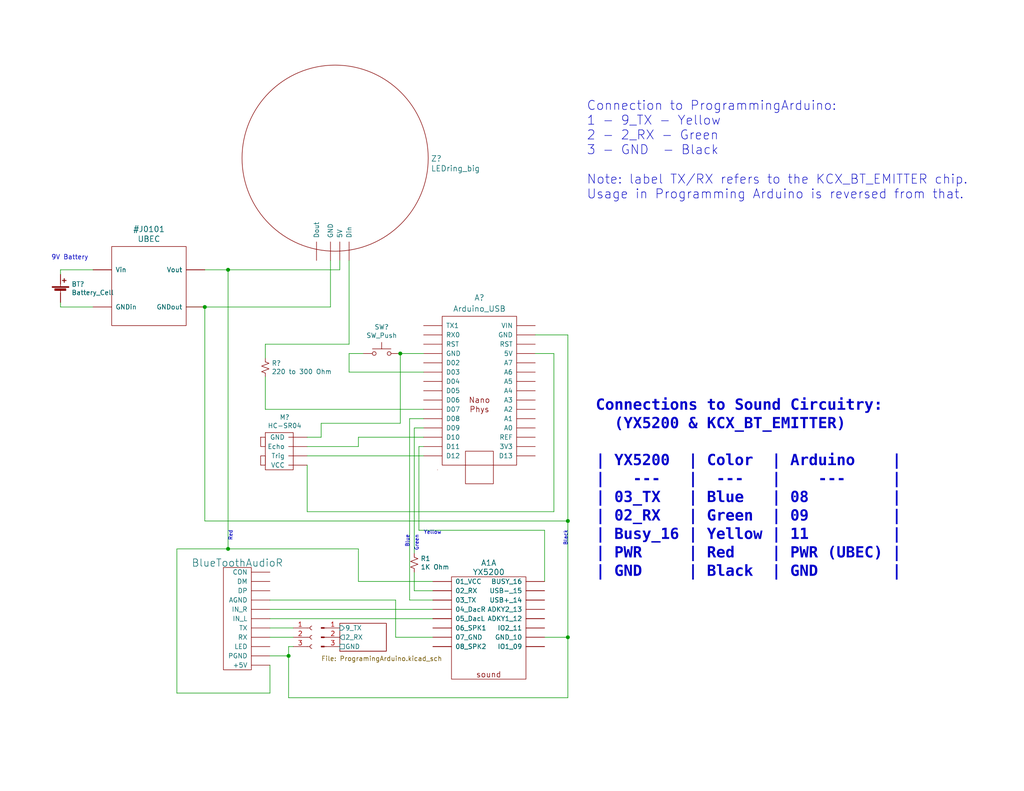
<source format=kicad_sch>
(kicad_sch (version 20230121) (generator eeschema)
  (paper "USLetter")
  (title_block (title "04 Sonar Range Detector - DemoReelSound") (date "2023-06-10") (company "Author: https://github.com/Mark-MDO47/ArduinoClass/tree/master") (comment 1 "NOTE: Chips & Modules shown top view, notch at top"))
  (lib_symbols
    (symbol "04_DemoReelSound-rescue:Arduino_USB-mdoLibrary" (pin_names (offset 1.016))
      (property "Reference" "A" (at 0 0 0))
      (property "Value" "mdoLibrary_Arduino_USB" (at 0 2.54 90))
      (symbol "Arduino_USB-mdoLibrary_0_0"
        (text "Nano" (at 0 -2.54 0) (effects (font (size 1.524 1.524))))
        (text "Phys" (at 0 -5.08 0) (effects (font (size 1.524 1.524))))
      )
      (symbol "Arduino_USB-mdoLibrary_1_1"
        (pin input line (at 15.24 -15.24 180) (length 5.08) (name "3V3") (number "~"))
        (pin input line (at 15.24 10.16 180) (length 5.08) (name "5V") (number "~"))
        (pin input line (at 15.24 -10.16 180) (length 5.08) (name "A0") (number "~"))
        (pin input line (at 15.24 -7.62 180) (length 5.08) (name "A1") (number "~"))
        (pin input line (at 15.24 -5.08 180) (length 5.08) (name "A2") (number "~"))
        (pin input line (at 15.24 -2.54 180) (length 5.08) (name "A3") (number "~"))
        (pin input line (at 15.24 0 180) (length 5.08) (name "A4") (number "~"))
        (pin input line (at 15.24 2.54 180) (length 5.08) (name "A5") (number "~"))
        (pin input line (at 15.24 5.08 180) (length 5.08) (name "A6") (number "~"))
        (pin input line (at 15.24 7.62 180) (length 5.08) (name "A7") (number "~"))
        (pin input line (at -15.24 7.62 0) (length 5.08) (name "D02") (number "~"))
        (pin input line (at -15.24 5.08 0) (length 5.08) (name "D03") (number "~"))
        (pin input line (at -15.24 2.54 0) (length 5.08) (name "D04") (number "~"))
        (pin input line (at -15.24 0 0) (length 5.08) (name "D05") (number "~"))
        (pin input line (at -15.24 -2.54 0) (length 5.08) (name "D06") (number "~"))
        (pin input line (at -15.24 -5.08 0) (length 5.08) (name "D07") (number "~"))
        (pin input line (at -15.24 -7.62 0) (length 5.08) (name "D08") (number "~"))
        (pin input line (at -15.24 -10.16 0) (length 5.08) (name "D09") (number "~"))
        (pin input line (at -15.24 -12.7 0) (length 5.08) (name "D10") (number "~"))
        (pin input line (at -15.24 -15.24 0) (length 5.08) (name "D11") (number "~"))
        (pin input line (at -15.24 -17.78 0) (length 5.08) (name "D12") (number "~"))
        (pin input line (at 15.24 -17.78 180) (length 5.08) (name "D13") (number "~"))
        (pin input line (at -15.24 10.16 0) (length 5.08) (name "GND") (number "~"))
        (pin input line (at 15.24 15.24 180) (length 5.08) (name "GND") (number "~"))
        (pin input line (at 15.24 -12.7 180) (length 5.08) (name "REF") (number "~"))
        (pin input line (at -15.24 12.7 0) (length 5.08) (name "RST") (number "~"))
        (pin input line (at 15.24 12.7 180) (length 5.08) (name "RST") (number "~"))
        (pin input line (at -15.24 15.24 0) (length 5.08) (name "RX0") (number "~"))
        (pin input line (at -15.24 17.78 0) (length 5.08) (name "TX1") (number "~"))
        (pin input line (at 15.24 17.78 180) (length 5.08) (name "VIN") (number "~"))
      )
    )
    (symbol "04_DemoReelSound-rescue:HC-SR04-mdoLibrary" (pin_numbers hide) (pin_names (offset 1.016))
      (property "Reference" "M" (at 0 2.54 0))
      (property "Value" "mdoLibrary_HC-SR04" (at 3.81 0 0))
      (symbol "HC-SR04-mdoLibrary_1_1"
        (pin output line (at 10.16 -5.08 180) (length 5.08) (name "Echo") (number "~"))
        (pin input line (at 10.16 -2.54 180) (length 5.08) (name "GND") (number "~"))
        (pin input line (at 10.16 -7.62 180) (length 5.08) (name "Trig") (number "~"))
        (pin input line (at 10.16 -10.16 180) (length 5.08) (name "VCC") (number "~"))
      )
    )
    (symbol "04_DemoReelSound-rescue:LEDring_big-mdoLibrary" (pin_names (offset 1.016))
      (property "Reference" "Z" (at 0 0 0))
      (property "Value" "mdoLibrary_LEDring_big" (at 0 3.81 0))
      (symbol "LEDring_big-mdoLibrary_1_0"
        (pin input line (at 1.27 -27.94 90) (length 5.08) (name "5V") (number "~"))
        (pin input line (at 3.81 -27.94 90) (length 5.08) (name "Din") (number "~"))
        (pin input line (at -5.08 -27.94 90) (length 5.08) (name "Dout") (number "~"))
        (pin input line (at -1.27 -27.94 90) (length 5.08) (name "GND") (number "~"))
      )
    )
    (symbol "04_DemoReelSound-rescue:UBEC-mdoLibrary" (power) (pin_names (offset 1.016))
      (property "Reference" "J" (at 0 0 0))
      (property "Value" "UBEC-mdoLibrary" (at 0 2.54 0))
      (symbol "UBEC-mdoLibrary_1_0"
        (pin input line (at -12.7 -3.81 0) (length 5.08) (name "GNDin") (number "~"))
        (pin input line (at 17.78 -3.81 180) (length 5.08) (name "GNDout") (number "~"))
        (pin input line (at -12.7 6.35 0) (length 5.08) (name "Vin") (number "~"))
        (pin input line (at 17.78 6.35 180) (length 5.08) (name "Vout") (number "~"))
      )
    )
    (symbol "Connector:Conn_01x03_Pin" (pin_names (offset 1.016) hide)
      (property "Reference" "J" (at 0 5.08 0))
      (property "Value" "Conn_01x03_Pin" (at 0 -5.08 0))
      (symbol "Conn_01x03_Pin_1_1"
        (pin passive line (at 5.08 2.54 180) (length 3.81) (name "Pin_1") (number "1"))
        (pin passive line (at 5.08 0 180) (length 3.81) (name "Pin_2") (number "2"))
        (pin passive line (at 5.08 -2.54 180) (length 3.81) (name "Pin_3") (number "3"))
      )
    )
    (symbol "Connector:Conn_01x03_Socket" (pin_names (offset 1.016) hide)
      (property "Reference" "J" (at 0 5.08 0))
      (property "Value" "Conn_01x03_Socket" (at 0 -5.08 0))
      (symbol "Conn_01x03_Socket_1_1"
        (pin passive line (at -5.08 2.54 0) (length 3.81) (name "Pin_1") (number "1"))
        (pin passive line (at -5.08 0 0) (length 3.81) (name "Pin_2") (number "2"))
        (pin passive line (at -5.08 -2.54 0) (length 3.81) (name "Pin_3") (number "3"))
      )
    )
    (symbol "Device:Battery_Cell" (pin_numbers hide) (pin_names (offset 0) hide)
      (property "Reference" "BT" (at 2.54 2.54 0))
      (property "Value" "Battery_Cell" (at 2.54 0 0))
      (symbol "Battery_Cell_1_1"
        (pin passive line (at 0 5.08 270) (length 2.54) (name "+") (number "1"))
        (pin passive line (at 0 -2.54 90) (length 2.54) (name "-") (number "2"))
      )
    )
    (symbol "Device:R_Small_US" (pin_numbers hide) (pin_names (offset 0.254) hide)
      (property "Reference" "R" (at 0.762 0.508 0))
      (property "Value" "R_Small_US" (at 0.762 -1.016 0))
      (symbol "R_Small_US_1_1"
        (pin passive line (at 0 2.54 270) (length 1.016) (name "~") (number "1"))
        (pin passive line (at 0 -2.54 90) (length 1.016) (name "~") (number "2"))
      )
    )
    (symbol "MDO:BlueToothAudioR" (pin_names (offset 1.016))
      (property "Value" "BlueToothAudioR" (at 0 2.54 0))
      (symbol "BlueToothAudioR_1_1"
        (pin input line (at 7.62 -26.67 180) (length 5.08) (name "+5V") (number "~"))
        (pin input line (at 7.62 -8.89 180) (length 5.08) (name "AGND") (number "~"))
        (pin input line (at 7.62 -1.27 180) (length 5.08) (name "CON") (number "~"))
        (pin input line (at 7.62 -3.81 180) (length 5.08) (name "DM") (number "~"))
        (pin input line (at 7.62 -6.35 180) (length 5.08) (name "DP") (number "~"))
        (pin input line (at 7.62 -13.97 180) (length 5.08) (name "IN_L") (number "~"))
        (pin input line (at 7.62 -11.43 180) (length 5.08) (name "IN_R") (number "~"))
        (pin input line (at 7.62 -21.59 180) (length 5.08) (name "LED") (number "~"))
        (pin input line (at 7.62 -24.13 180) (length 5.08) (name "PGND") (number "~"))
        (pin input line (at 7.62 -19.05 180) (length 5.08) (name "RX") (number "~"))
        (pin input line (at 7.62 -16.51 180) (length 5.08) (name "TX") (number "~"))
      )
    )
    (symbol "MDO:YX5200" (pin_names (offset 1.016))
      (property "Reference" "A" (at 0 -2.54 0))
      (property "Value" "YX5200" (at 0 -5.08 0))
      (symbol "YX5200_0_0"
        (text "sound" (at 0 -7.62 0) (effects (font (size 1.524 1.524))))
      )
      (symbol "YX5200_1_1"
        (pin input line (at -15.24 17.78 0) (length 5.08) (name "01_VCC") (number "~"))
        (pin input line (at -15.24 15.24 0) (length 5.08) (name "02_RX") (number "~"))
        (pin input line (at -15.24 12.7 0) (length 5.08) (name "03_TX") (number "~"))
        (pin input line (at -15.24 10.16 0) (length 5.08) (name "04_DacR") (number "~"))
        (pin input line (at -15.24 7.62 0) (length 5.08) (name "05_DacL") (number "~"))
        (pin input line (at -15.24 5.08 0) (length 5.08) (name "06_SPK1") (number "~"))
        (pin input line (at -15.24 2.54 0) (length 5.08) (name "07_GND") (number "~"))
        (pin input line (at -15.24 0 0) (length 5.08) (name "08_SPK2") (number "~"))
        (pin input line (at 15.24 7.62 180) (length 5.08) (name "ADKY1_12") (number "~"))
        (pin input line (at 15.24 10.16 180) (length 5.08) (name "ADKY2_13") (number "~"))
        (pin input line (at 15.24 17.78 180) (length 5.08) (name "BUSY_16") (number "~"))
        (pin input line (at 15.24 2.54 180) (length 5.08) (name "GND_10") (number "~"))
        (pin input line (at 15.24 0 180) (length 5.08) (name "IO1_09") (number "~"))
        (pin input line (at 15.24 5.08 180) (length 5.08) (name "IO2_11") (number "~"))
        (pin input line (at 15.24 12.7 180) (length 5.08) (name "USB+_14") (number "~"))
        (pin input line (at 15.24 15.24 180) (length 5.08) (name "USB-_15") (number "~"))
      )
      (symbol "YX5200_2_1"
        (pin input line (at -15.24 17.78 0) (length 5.08) (name "01_VCC") (number "~"))
        (pin input line (at -15.24 15.24 0) (length 5.08) (name "02_RX") (number "~"))
        (pin input line (at -15.24 12.7 0) (length 5.08) (name "03_TX") (number "~"))
        (pin input line (at -15.24 10.16 0) (length 5.08) (name "04_DacR") (number "~"))
        (pin input line (at -15.24 7.62 0) (length 5.08) (name "05_DacL") (number "~"))
        (pin input line (at -15.24 5.08 0) (length 5.08) (name "06_SPK1") (number "~"))
        (pin input line (at -15.24 2.54 0) (length 5.08) (name "07_GND") (number "~"))
        (pin input line (at -15.24 0 0) (length 5.08) (name "08_SPK2") (number "~"))
        (pin input line (at 15.24 7.62 180) (length 5.08) (name "ADKY1_12") (number "~"))
        (pin input line (at 15.24 10.16 180) (length 5.08) (name "ADKY2_13") (number "~"))
        (pin input line (at 15.24 17.78 180) (length 5.08) (name "BUSY_16") (number "~"))
        (pin input line (at 15.24 2.54 180) (length 5.08) (name "GND_10") (number "~"))
        (pin input line (at 15.24 0 180) (length 5.08) (name "IO1_09") (number "~"))
        (pin input line (at 15.24 5.08 180) (length 5.08) (name "IO2_11") (number "~"))
        (pin input line (at 15.24 12.7 180) (length 5.08) (name "USB+_14") (number "~"))
        (pin input line (at 15.24 15.24 180) (length 5.08) (name "USB-_15") (number "~"))
      )
      (symbol "YX5200_3_1"
        (pin input line (at -15.24 17.78 0) (length 5.08) (name "01_VCC") (number "~"))
        (pin input line (at -15.24 15.24 0) (length 5.08) (name "02_RX") (number "~"))
        (pin input line (at -15.24 12.7 0) (length 5.08) (name "03_TX") (number "~"))
        (pin input line (at -15.24 10.16 0) (length 5.08) (name "04_DacR") (number "~"))
        (pin input line (at -15.24 7.62 0) (length 5.08) (name "05_DacL") (number "~"))
        (pin input line (at -15.24 5.08 0) (length 5.08) (name "06_SPK1") (number "~"))
        (pin input line (at -15.24 2.54 0) (length 5.08) (name "07_GND") (number "~"))
        (pin input line (at -15.24 0 0) (length 5.08) (name "08_SPK2") (number "~"))
        (pin input line (at 15.24 7.62 180) (length 5.08) (name "ADKY1_12") (number "~"))
        (pin input line (at 15.24 10.16 180) (length 5.08) (name "ADKY2_13") (number "~"))
        (pin input line (at 15.24 17.78 180) (length 5.08) (name "BUSY_16") (number "~"))
        (pin input line (at 15.24 2.54 180) (length 5.08) (name "GND_10") (number "~"))
        (pin input line (at 15.24 0 180) (length 5.08) (name "IO1_09") (number "~"))
        (pin input line (at 15.24 5.08 180) (length 5.08) (name "IO2_11") (number "~"))
        (pin input line (at 15.24 12.7 180) (length 5.08) (name "USB+_14") (number "~"))
        (pin input line (at 15.24 15.24 180) (length 5.08) (name "USB-_15") (number "~"))
      )
      (symbol "YX5200_4_1"
        (pin input line (at -15.24 17.78 0) (length 5.08) (name "01_VCC") (number "~"))
        (pin input line (at -15.24 15.24 0) (length 5.08) (name "02_RX") (number "~"))
        (pin input line (at -15.24 12.7 0) (length 5.08) (name "03_TX") (number "~"))
        (pin input line (at -15.24 10.16 0) (length 5.08) (name "04_DacR") (number "~"))
        (pin input line (at -15.24 7.62 0) (length 5.08) (name "05_DacL") (number "~"))
        (pin input line (at -15.24 5.08 0) (length 5.08) (name "06_SPK1") (number "~"))
        (pin input line (at -15.24 2.54 0) (length 5.08) (name "07_GND") (number "~"))
        (pin input line (at -15.24 0 0) (length 5.08) (name "08_SPK2") (number "~"))
        (pin input line (at 15.24 7.62 180) (length 5.08) (name "ADKY1_12") (number "~"))
        (pin input line (at 15.24 10.16 180) (length 5.08) (name "ADKY2_13") (number "~"))
        (pin input line (at 15.24 17.78 180) (length 5.08) (name "BUSY_16") (number "~"))
        (pin input line (at 15.24 2.54 180) (length 5.08) (name "GND_10") (number "~"))
        (pin input line (at 15.24 0 180) (length 5.08) (name "IO1_09") (number "~"))
        (pin input line (at 15.24 5.08 180) (length 5.08) (name "IO2_11") (number "~"))
        (pin input line (at 15.24 12.7 180) (length 5.08) (name "USB+_14") (number "~"))
        (pin input line (at 15.24 15.24 180) (length 5.08) (name "USB-_15") (number "~"))
      )
      (symbol "YX5200_5_1"
        (pin input line (at -15.24 17.78 0) (length 5.08) (name "01_VCC") (number "~"))
        (pin input line (at -15.24 15.24 0) (length 5.08) (name "02_RX") (number "~"))
        (pin input line (at -15.24 12.7 0) (length 5.08) (name "03_TX") (number "~"))
        (pin input line (at -15.24 10.16 0) (length 5.08) (name "04_DacR") (number "~"))
        (pin input line (at -15.24 7.62 0) (length 5.08) (name "05_DacL") (number "~"))
        (pin input line (at -15.24 5.08 0) (length 5.08) (name "06_SPK1") (number "~"))
        (pin input line (at -15.24 2.54 0) (length 5.08) (name "07_GND") (number "~"))
        (pin input line (at -15.24 0 0) (length 5.08) (name "08_SPK2") (number "~"))
        (pin input line (at 15.24 7.62 180) (length 5.08) (name "ADKY1_12") (number "~"))
        (pin input line (at 15.24 10.16 180) (length 5.08) (name "ADKY2_13") (number "~"))
        (pin input line (at 15.24 17.78 180) (length 5.08) (name "BUSY_16") (number "~"))
        (pin input line (at 15.24 2.54 180) (length 5.08) (name "GND_10") (number "~"))
        (pin input line (at 15.24 0 180) (length 5.08) (name "IO1_09") (number "~"))
        (pin input line (at 15.24 5.08 180) (length 5.08) (name "IO2_11") (number "~"))
        (pin input line (at 15.24 12.7 180) (length 5.08) (name "USB+_14") (number "~"))
        (pin input line (at 15.24 15.24 180) (length 5.08) (name "USB-_15") (number "~"))
      )
      (symbol "YX5200_6_1"
        (pin input line (at -15.24 17.78 0) (length 5.08) (name "01_VCC") (number "~"))
        (pin input line (at -15.24 15.24 0) (length 5.08) (name "02_RX") (number "~"))
        (pin input line (at -15.24 12.7 0) (length 5.08) (name "03_TX") (number "~"))
        (pin input line (at -15.24 10.16 0) (length 5.08) (name "04_DacR") (number "~"))
        (pin input line (at -15.24 7.62 0) (length 5.08) (name "05_DacL") (number "~"))
        (pin input line (at -15.24 5.08 0) (length 5.08) (name "06_SPK1") (number "~"))
        (pin input line (at -15.24 2.54 0) (length 5.08) (name "07_GND") (number "~"))
        (pin input line (at -15.24 0 0) (length 5.08) (name "08_SPK2") (number "~"))
        (pin input line (at 15.24 7.62 180) (length 5.08) (name "ADKY1_12") (number "~"))
        (pin input line (at 15.24 10.16 180) (length 5.08) (name "ADKY2_13") (number "~"))
        (pin input line (at 15.24 17.78 180) (length 5.08) (name "BUSY_16") (number "~"))
        (pin input line (at 15.24 2.54 180) (length 5.08) (name "GND_10") (number "~"))
        (pin input line (at 15.24 0 180) (length 5.08) (name "IO1_09") (number "~"))
        (pin input line (at 15.24 5.08 180) (length 5.08) (name "IO2_11") (number "~"))
        (pin input line (at 15.24 12.7 180) (length 5.08) (name "USB+_14") (number "~"))
        (pin input line (at 15.24 15.24 180) (length 5.08) (name "USB-_15") (number "~"))
      )
      (symbol "YX5200_7_1"
        (pin input line (at -15.24 17.78 0) (length 5.08) (name "01_VCC") (number "~"))
        (pin input line (at -15.24 15.24 0) (length 5.08) (name "02_RX") (number "~"))
        (pin input line (at -15.24 12.7 0) (length 5.08) (name "03_TX") (number "~"))
        (pin input line (at -15.24 10.16 0) (length 5.08) (name "04_DacR") (number "~"))
        (pin input line (at -15.24 7.62 0) (length 5.08) (name "05_DacL") (number "~"))
        (pin input line (at -15.24 5.08 0) (length 5.08) (name "06_SPK1") (number "~"))
        (pin input line (at -15.24 2.54 0) (length 5.08) (name "07_GND") (number "~"))
        (pin input line (at -15.24 0 0) (length 5.08) (name "08_SPK2") (number "~"))
        (pin input line (at 15.24 7.62 180) (length 5.08) (name "ADKY1_12") (number "~"))
        (pin input line (at 15.24 10.16 180) (length 5.08) (name "ADKY2_13") (number "~"))
        (pin input line (at 15.24 17.78 180) (length 5.08) (name "BUSY_16") (number "~"))
        (pin input line (at 15.24 2.54 180) (length 5.08) (name "GND_10") (number "~"))
        (pin input line (at 15.24 0 180) (length 5.08) (name "IO1_09") (number "~"))
        (pin input line (at 15.24 5.08 180) (length 5.08) (name "IO2_11") (number "~"))
        (pin input line (at 15.24 12.7 180) (length 5.08) (name "USB+_14") (number "~"))
        (pin input line (at 15.24 15.24 180) (length 5.08) (name "USB-_15") (number "~"))
      )
      (symbol "YX5200_8_1"
        (pin input line (at -15.24 17.78 0) (length 5.08) (name "01_VCC") (number "~"))
        (pin input line (at -15.24 15.24 0) (length 5.08) (name "02_RX") (number "~"))
        (pin input line (at -15.24 12.7 0) (length 5.08) (name "03_TX") (number "~"))
        (pin input line (at -15.24 10.16 0) (length 5.08) (name "04_DacR") (number "~"))
        (pin input line (at -15.24 7.62 0) (length 5.08) (name "05_DacL") (number "~"))
        (pin input line (at -15.24 5.08 0) (length 5.08) (name "06_SPK1") (number "~"))
        (pin input line (at -15.24 2.54 0) (length 5.08) (name "07_GND") (number "~"))
        (pin input line (at -15.24 0 0) (length 5.08) (name "08_SPK2") (number "~"))
        (pin input line (at 15.24 7.62 180) (length 5.08) (name "ADKY1_12") (number "~"))
        (pin input line (at 15.24 10.16 180) (length 5.08) (name "ADKY2_13") (number "~"))
        (pin input line (at 15.24 17.78 180) (length 5.08) (name "BUSY_16") (number "~"))
        (pin input line (at 15.24 2.54 180) (length 5.08) (name "GND_10") (number "~"))
        (pin input line (at 15.24 0 180) (length 5.08) (name "IO1_09") (number "~"))
        (pin input line (at 15.24 5.08 180) (length 5.08) (name "IO2_11") (number "~"))
        (pin input line (at 15.24 12.7 180) (length 5.08) (name "USB+_14") (number "~"))
        (pin input line (at 15.24 15.24 180) (length 5.08) (name "USB-_15") (number "~"))
      )
      (symbol "YX5200_9_1"
        (pin input line (at -15.24 17.78 0) (length 5.08) (name "01_VCC") (number "~"))
        (pin input line (at -15.24 15.24 0) (length 5.08) (name "02_RX") (number "~"))
        (pin input line (at -15.24 12.7 0) (length 5.08) (name "03_TX") (number "~"))
        (pin input line (at -15.24 10.16 0) (length 5.08) (name "04_DacR") (number "~"))
        (pin input line (at -15.24 7.62 0) (length 5.08) (name "05_DacL") (number "~"))
        (pin input line (at -15.24 5.08 0) (length 5.08) (name "06_SPK1") (number "~"))
        (pin input line (at -15.24 2.54 0) (length 5.08) (name "07_GND") (number "~"))
        (pin input line (at -15.24 0 0) (length 5.08) (name "08_SPK2") (number "~"))
        (pin input line (at 15.24 7.62 180) (length 5.08) (name "ADKY1_12") (number "~"))
        (pin input line (at 15.24 10.16 180) (length 5.08) (name "ADKY2_13") (number "~"))
        (pin input line (at 15.24 17.78 180) (length 5.08) (name "BUSY_16") (number "~"))
        (pin input line (at 15.24 2.54 180) (length 5.08) (name "GND_10") (number "~"))
        (pin input line (at 15.24 0 180) (length 5.08) (name "IO1_09") (number "~"))
        (pin input line (at 15.24 5.08 180) (length 5.08) (name "IO2_11") (number "~"))
        (pin input line (at 15.24 12.7 180) (length 5.08) (name "USB+_14") (number "~"))
        (pin input line (at 15.24 15.24 180) (length 5.08) (name "USB-_15") (number "~"))
      )
      (symbol "YX5200_10_1"
        (pin input line (at -15.24 17.78 0) (length 5.08) (name "01_VCC") (number "~"))
        (pin input line (at -15.24 15.24 0) (length 5.08) (name "02_RX") (number "~"))
        (pin input line (at -15.24 12.7 0) (length 5.08) (name "03_TX") (number "~"))
        (pin input line (at -15.24 10.16 0) (length 5.08) (name "04_DacR") (number "~"))
        (pin input line (at -15.24 7.62 0) (length 5.08) (name "05_DacL") (number "~"))
        (pin input line (at -15.24 5.08 0) (length 5.08) (name "06_SPK1") (number "~"))
        (pin input line (at -15.24 2.54 0) (length 5.08) (name "07_GND") (number "~"))
        (pin input line (at -15.24 0 0) (length 5.08) (name "08_SPK2") (number "~"))
        (pin input line (at 15.24 7.62 180) (length 5.08) (name "ADKY1_12") (number "~"))
        (pin input line (at 15.24 10.16 180) (length 5.08) (name "ADKY2_13") (number "~"))
        (pin input line (at 15.24 17.78 180) (length 5.08) (name "BUSY_16") (number "~"))
        (pin input line (at 15.24 2.54 180) (length 5.08) (name "GND_10") (number "~"))
        (pin input line (at 15.24 0 180) (length 5.08) (name "IO1_09") (number "~"))
        (pin input line (at 15.24 5.08 180) (length 5.08) (name "IO2_11") (number "~"))
        (pin input line (at 15.24 12.7 180) (length 5.08) (name "USB+_14") (number "~"))
        (pin input line (at 15.24 15.24 180) (length 5.08) (name "USB-_15") (number "~"))
      )
      (symbol "YX5200_11_1"
        (pin input line (at -15.24 17.78 0) (length 5.08) (name "01_VCC") (number "~"))
        (pin input line (at -15.24 15.24 0) (length 5.08) (name "02_RX") (number "~"))
        (pin input line (at -15.24 12.7 0) (length 5.08) (name "03_TX") (number "~"))
        (pin input line (at -15.24 10.16 0) (length 5.08) (name "04_DacR") (number "~"))
        (pin input line (at -15.24 7.62 0) (length 5.08) (name "05_DacL") (number "~"))
        (pin input line (at -15.24 5.08 0) (length 5.08) (name "06_SPK1") (number "~"))
        (pin input line (at -15.24 2.54 0) (length 5.08) (name "07_GND") (number "~"))
        (pin input line (at -15.24 0 0) (length 5.08) (name "08_SPK2") (number "~"))
        (pin input line (at 15.24 7.62 180) (length 5.08) (name "ADKY1_12") (number "~"))
        (pin input line (at 15.24 10.16 180) (length 5.08) (name "ADKY2_13") (number "~"))
        (pin input line (at 15.24 17.78 180) (length 5.08) (name "BUSY_16") (number "~"))
        (pin input line (at 15.24 2.54 180) (length 5.08) (name "GND_10") (number "~"))
        (pin input line (at 15.24 0 180) (length 5.08) (name "IO1_09") (number "~"))
        (pin input line (at 15.24 5.08 180) (length 5.08) (name "IO2_11") (number "~"))
        (pin input line (at 15.24 12.7 180) (length 5.08) (name "USB+_14") (number "~"))
        (pin input line (at 15.24 15.24 180) (length 5.08) (name "USB-_15") (number "~"))
      )
      (symbol "YX5200_12_1"
        (pin input line (at -15.24 17.78 0) (length 5.08) (name "01_VCC") (number "~"))
        (pin input line (at -15.24 15.24 0) (length 5.08) (name "02_RX") (number "~"))
        (pin input line (at -15.24 12.7 0) (length 5.08) (name "03_TX") (number "~"))
        (pin input line (at -15.24 10.16 0) (length 5.08) (name "04_DacR") (number "~"))
        (pin input line (at -15.24 7.62 0) (length 5.08) (name "05_DacL") (number "~"))
        (pin input line (at -15.24 5.08 0) (length 5.08) (name "06_SPK1") (number "~"))
        (pin input line (at -15.24 2.54 0) (length 5.08) (name "07_GND") (number "~"))
        (pin input line (at -15.24 0 0) (length 5.08) (name "08_SPK2") (number "~"))
        (pin input line (at 15.24 7.62 180) (length 5.08) (name "ADKY1_12") (number "~"))
        (pin input line (at 15.24 10.16 180) (length 5.08) (name "ADKY2_13") (number "~"))
        (pin input line (at 15.24 17.78 180) (length 5.08) (name "BUSY_16") (number "~"))
        (pin input line (at 15.24 2.54 180) (length 5.08) (name "GND_10") (number "~"))
        (pin input line (at 15.24 0 180) (length 5.08) (name "IO1_09") (number "~"))
        (pin input line (at 15.24 5.08 180) (length 5.08) (name "IO2_11") (number "~"))
        (pin input line (at 15.24 12.7 180) (length 5.08) (name "USB+_14") (number "~"))
        (pin input line (at 15.24 15.24 180) (length 5.08) (name "USB-_15") (number "~"))
      )
      (symbol "YX5200_13_1"
        (pin input line (at -15.24 17.78 0) (length 5.08) (name "01_VCC") (number "~"))
        (pin input line (at -15.24 15.24 0) (length 5.08) (name "02_RX") (number "~"))
        (pin input line (at -15.24 12.7 0) (length 5.08) (name "03_TX") (number "~"))
        (pin input line (at -15.24 10.16 0) (length 5.08) (name "04_DacR") (number "~"))
        (pin input line (at -15.24 7.62 0) (length 5.08) (name "05_DacL") (number "~"))
        (pin input line (at -15.24 5.08 0) (length 5.08) (name "06_SPK1") (number "~"))
        (pin input line (at -15.24 2.54 0) (length 5.08) (name "07_GND") (number "~"))
        (pin input line (at -15.24 0 0) (length 5.08) (name "08_SPK2") (number "~"))
        (pin input line (at 15.24 7.62 180) (length 5.08) (name "ADKY1_12") (number "~"))
        (pin input line (at 15.24 10.16 180) (length 5.08) (name "ADKY2_13") (number "~"))
        (pin input line (at 15.24 17.78 180) (length 5.08) (name "BUSY_16") (number "~"))
        (pin input line (at 15.24 2.54 180) (length 5.08) (name "GND_10") (number "~"))
        (pin input line (at 15.24 0 180) (length 5.08) (name "IO1_09") (number "~"))
        (pin input line (at 15.24 5.08 180) (length 5.08) (name "IO2_11") (number "~"))
        (pin input line (at 15.24 12.7 180) (length 5.08) (name "USB+_14") (number "~"))
        (pin input line (at 15.24 15.24 180) (length 5.08) (name "USB-_15") (number "~"))
      )
      (symbol "YX5200_14_1"
        (pin input line (at -15.24 17.78 0) (length 5.08) (name "01_VCC") (number "~"))
        (pin input line (at -15.24 15.24 0) (length 5.08) (name "02_RX") (number "~"))
        (pin input line (at -15.24 12.7 0) (length 5.08) (name "03_TX") (number "~"))
        (pin input line (at -15.24 10.16 0) (length 5.08) (name "04_DacR") (number "~"))
        (pin input line (at -15.24 7.62 0) (length 5.08) (name "05_DacL") (number "~"))
        (pin input line (at -15.24 5.08 0) (length 5.08) (name "06_SPK1") (number "~"))
        (pin input line (at -15.24 2.54 0) (length 5.08) (name "07_GND") (number "~"))
        (pin input line (at -15.24 0 0) (length 5.08) (name "08_SPK2") (number "~"))
        (pin input line (at 15.24 7.62 180) (length 5.08) (name "ADKY1_12") (number "~"))
        (pin input line (at 15.24 10.16 180) (length 5.08) (name "ADKY2_13") (number "~"))
        (pin input line (at 15.24 17.78 180) (length 5.08) (name "BUSY_16") (number "~"))
        (pin input line (at 15.24 2.54 180) (length 5.08) (name "GND_10") (number "~"))
        (pin input line (at 15.24 0 180) (length 5.08) (name "IO1_09") (number "~"))
        (pin input line (at 15.24 5.08 180) (length 5.08) (name "IO2_11") (number "~"))
        (pin input line (at 15.24 12.7 180) (length 5.08) (name "USB+_14") (number "~"))
        (pin input line (at 15.24 15.24 180) (length 5.08) (name "USB-_15") (number "~"))
      )
      (symbol "YX5200_15_1"
        (pin input line (at -15.24 17.78 0) (length 5.08) (name "01_VCC") (number "~"))
        (pin input line (at -15.24 15.24 0) (length 5.08) (name "02_RX") (number "~"))
        (pin input line (at -15.24 12.7 0) (length 5.08) (name "03_TX") (number "~"))
        (pin input line (at -15.24 10.16 0) (length 5.08) (name "04_DacR") (number "~"))
        (pin input line (at -15.24 7.62 0) (length 5.08) (name "05_DacL") (number "~"))
        (pin input line (at -15.24 5.08 0) (length 5.08) (name "06_SPK1") (number "~"))
        (pin input line (at -15.24 2.54 0) (length 5.08) (name "07_GND") (number "~"))
        (pin input line (at -15.24 0 0) (length 5.08) (name "08_SPK2") (number "~"))
        (pin input line (at 15.24 7.62 180) (length 5.08) (name "ADKY1_12") (number "~"))
        (pin input line (at 15.24 10.16 180) (length 5.08) (name "ADKY2_13") (number "~"))
        (pin input line (at 15.24 17.78 180) (length 5.08) (name "BUSY_16") (number "~"))
        (pin input line (at 15.24 2.54 180) (length 5.08) (name "GND_10") (number "~"))
        (pin input line (at 15.24 0 180) (length 5.08) (name "IO1_09") (number "~"))
        (pin input line (at 15.24 5.08 180) (length 5.08) (name "IO2_11") (number "~"))
        (pin input line (at 15.24 12.7 180) (length 5.08) (name "USB+_14") (number "~"))
        (pin input line (at 15.24 15.24 180) (length 5.08) (name "USB-_15") (number "~"))
      )
      (symbol "YX5200_16_1"
        (pin input line (at -15.24 17.78 0) (length 5.08) (name "01_VCC") (number "~"))
        (pin input line (at -15.24 15.24 0) (length 5.08) (name "02_RX") (number "~"))
        (pin input line (at -15.24 12.7 0) (length 5.08) (name "03_TX") (number "~"))
        (pin input line (at -15.24 10.16 0) (length 5.08) (name "04_DacR") (number "~"))
        (pin input line (at -15.24 7.62 0) (length 5.08) (name "05_DacL") (number "~"))
        (pin input line (at -15.24 5.08 0) (length 5.08) (name "06_SPK1") (number "~"))
        (pin input line (at -15.24 2.54 0) (length 5.08) (name "07_GND") (number "~"))
        (pin input line (at -15.24 0 0) (length 5.08) (name "08_SPK2") (number "~"))
        (pin input line (at 15.24 7.62 180) (length 5.08) (name "ADKY1_12") (number "~"))
        (pin input line (at 15.24 10.16 180) (length 5.08) (name "ADKY2_13") (number "~"))
        (pin input line (at 15.24 17.78 180) (length 5.08) (name "BUSY_16") (number "~"))
        (pin input line (at 15.24 2.54 180) (length 5.08) (name "GND_10") (number "~"))
        (pin input line (at 15.24 0 180) (length 5.08) (name "IO1_09") (number "~"))
        (pin input line (at 15.24 5.08 180) (length 5.08) (name "IO2_11") (number "~"))
        (pin input line (at 15.24 12.7 180) (length 5.08) (name "USB+_14") (number "~"))
        (pin input line (at 15.24 15.24 180) (length 5.08) (name "USB-_15") (number "~"))
      )
      (symbol "YX5200_17_1"
        (pin input line (at -15.24 17.78 0) (length 5.08) (name "01_VCC") (number "~"))
        (pin input line (at -15.24 15.24 0) (length 5.08) (name "02_RX") (number "~"))
        (pin input line (at -15.24 12.7 0) (length 5.08) (name "03_TX") (number "~"))
        (pin input line (at -15.24 10.16 0) (length 5.08) (name "04_DacR") (number "~"))
        (pin input line (at -15.24 7.62 0) (length 5.08) (name "05_DacL") (number "~"))
        (pin input line (at -15.24 5.08 0) (length 5.08) (name "06_SPK1") (number "~"))
        (pin input line (at -15.24 2.54 0) (length 5.08) (name "07_GND") (number "~"))
        (pin input line (at -15.24 0 0) (length 5.08) (name "08_SPK2") (number "~"))
        (pin input line (at 15.24 7.62 180) (length 5.08) (name "ADKY1_12") (number "~"))
        (pin input line (at 15.24 10.16 180) (length 5.08) (name "ADKY2_13") (number "~"))
        (pin input line (at 15.24 17.78 180) (length 5.08) (name "BUSY_16") (number "~"))
        (pin input line (at 15.24 2.54 180) (length 5.08) (name "GND_10") (number "~"))
        (pin input line (at 15.24 0 180) (length 5.08) (name "IO1_09") (number "~"))
        (pin input line (at 15.24 5.08 180) (length 5.08) (name "IO2_11") (number "~"))
        (pin input line (at 15.24 12.7 180) (length 5.08) (name "USB+_14") (number "~"))
        (pin input line (at 15.24 15.24 180) (length 5.08) (name "USB-_15") (number "~"))
      )
      (symbol "YX5200_18_1"
        (pin input line (at -15.24 17.78 0) (length 5.08) (name "01_VCC") (number "~"))
        (pin input line (at -15.24 15.24 0) (length 5.08) (name "02_RX") (number "~"))
        (pin input line (at -15.24 12.7 0) (length 5.08) (name "03_TX") (number "~"))
        (pin input line (at -15.24 10.16 0) (length 5.08) (name "04_DacR") (number "~"))
        (pin input line (at -15.24 7.62 0) (length 5.08) (name "05_DacL") (number "~"))
        (pin input line (at -15.24 5.08 0) (length 5.08) (name "06_SPK1") (number "~"))
        (pin input line (at -15.24 2.54 0) (length 5.08) (name "07_GND") (number "~"))
        (pin input line (at -15.24 0 0) (length 5.08) (name "08_SPK2") (number "~"))
        (pin input line (at 15.24 7.62 180) (length 5.08) (name "ADKY1_12") (number "~"))
        (pin input line (at 15.24 10.16 180) (length 5.08) (name "ADKY2_13") (number "~"))
        (pin input line (at 15.24 17.78 180) (length 5.08) (name "BUSY_16") (number "~"))
        (pin input line (at 15.24 2.54 180) (length 5.08) (name "GND_10") (number "~"))
        (pin input line (at 15.24 0 180) (length 5.08) (name "IO1_09") (number "~"))
        (pin input line (at 15.24 5.08 180) (length 5.08) (name "IO2_11") (number "~"))
        (pin input line (at 15.24 12.7 180) (length 5.08) (name "USB+_14") (number "~"))
        (pin input line (at 15.24 15.24 180) (length 5.08) (name "USB-_15") (number "~"))
      )
      (symbol "YX5200_19_1"
        (pin input line (at -15.24 17.78 0) (length 5.08) (name "01_VCC") (number "~"))
        (pin input line (at -15.24 15.24 0) (length 5.08) (name "02_RX") (number "~"))
        (pin input line (at -15.24 12.7 0) (length 5.08) (name "03_TX") (number "~"))
        (pin input line (at -15.24 10.16 0) (length 5.08) (name "04_DacR") (number "~"))
        (pin input line (at -15.24 7.62 0) (length 5.08) (name "05_DacL") (number "~"))
        (pin input line (at -15.24 5.08 0) (length 5.08) (name "06_SPK1") (number "~"))
        (pin input line (at -15.24 2.54 0) (length 5.08) (name "07_GND") (number "~"))
        (pin input line (at -15.24 0 0) (length 5.08) (name "08_SPK2") (number "~"))
        (pin input line (at 15.24 7.62 180) (length 5.08) (name "ADKY1_12") (number "~"))
        (pin input line (at 15.24 10.16 180) (length 5.08) (name "ADKY2_13") (number "~"))
        (pin input line (at 15.24 17.78 180) (length 5.08) (name "BUSY_16") (number "~"))
        (pin input line (at 15.24 2.54 180) (length 5.08) (name "GND_10") (number "~"))
        (pin input line (at 15.24 0 180) (length 5.08) (name "IO1_09") (number "~"))
        (pin input line (at 15.24 5.08 180) (length 5.08) (name "IO2_11") (number "~"))
        (pin input line (at 15.24 12.7 180) (length 5.08) (name "USB+_14") (number "~"))
        (pin input line (at 15.24 15.24 180) (length 5.08) (name "USB-_15") (number "~"))
      )
      (symbol "YX5200_20_1"
        (pin input line (at -15.24 17.78 0) (length 5.08) (name "01_VCC") (number "~"))
        (pin input line (at -15.24 15.24 0) (length 5.08) (name "02_RX") (number "~"))
        (pin input line (at -15.24 12.7 0) (length 5.08) (name "03_TX") (number "~"))
        (pin input line (at -15.24 10.16 0) (length 5.08) (name "04_DacR") (number "~"))
        (pin input line (at -15.24 7.62 0) (length 5.08) (name "05_DacL") (number "~"))
        (pin input line (at -15.24 5.08 0) (length 5.08) (name "06_SPK1") (number "~"))
        (pin input line (at -15.24 2.54 0) (length 5.08) (name "07_GND") (number "~"))
        (pin input line (at -15.24 0 0) (length 5.08) (name "08_SPK2") (number "~"))
        (pin input line (at 15.24 7.62 180) (length 5.08) (name "ADKY1_12") (number "~"))
        (pin input line (at 15.24 10.16 180) (length 5.08) (name "ADKY2_13") (number "~"))
        (pin input line (at 15.24 17.78 180) (length 5.08) (name "BUSY_16") (number "~"))
        (pin input line (at 15.24 2.54 180) (length 5.08) (name "GND_10") (number "~"))
        (pin input line (at 15.24 0 180) (length 5.08) (name "IO1_09") (number "~"))
        (pin input line (at 15.24 5.08 180) (length 5.08) (name "IO2_11") (number "~"))
        (pin input line (at 15.24 12.7 180) (length 5.08) (name "USB+_14") (number "~"))
        (pin input line (at 15.24 15.24 180) (length 5.08) (name "USB-_15") (number "~"))
      )
      (symbol "YX5200_21_1"
        (pin input line (at -15.24 17.78 0) (length 5.08) (name "01_VCC") (number "~"))
        (pin input line (at -15.24 15.24 0) (length 5.08) (name "02_RX") (number "~"))
        (pin input line (at -15.24 12.7 0) (length 5.08) (name "03_TX") (number "~"))
        (pin input line (at -15.24 10.16 0) (length 5.08) (name "04_DacR") (number "~"))
        (pin input line (at -15.24 7.62 0) (length 5.08) (name "05_DacL") (number "~"))
        (pin input line (at -15.24 5.08 0) (length 5.08) (name "06_SPK1") (number "~"))
        (pin input line (at -15.24 2.54 0) (length 5.08) (name "07_GND") (number "~"))
        (pin input line (at -15.24 0 0) (length 5.08) (name "08_SPK2") (number "~"))
        (pin input line (at 15.24 7.62 180) (length 5.08) (name "ADKY1_12") (number "~"))
        (pin input line (at 15.24 10.16 180) (length 5.08) (name "ADKY2_13") (number "~"))
        (pin input line (at 15.24 17.78 180) (length 5.08) (name "BUSY_16") (number "~"))
        (pin input line (at 15.24 2.54 180) (length 5.08) (name "GND_10") (number "~"))
        (pin input line (at 15.24 0 180) (length 5.08) (name "IO1_09") (number "~"))
        (pin input line (at 15.24 5.08 180) (length 5.08) (name "IO2_11") (number "~"))
        (pin input line (at 15.24 12.7 180) (length 5.08) (name "USB+_14") (number "~"))
        (pin input line (at 15.24 15.24 180) (length 5.08) (name "USB-_15") (number "~"))
      )
      (symbol "YX5200_22_1"
        (pin input line (at -15.24 17.78 0) (length 5.08) (name "01_VCC") (number "~"))
        (pin input line (at -15.24 15.24 0) (length 5.08) (name "02_RX") (number "~"))
        (pin input line (at -15.24 12.7 0) (length 5.08) (name "03_TX") (number "~"))
        (pin input line (at -15.24 10.16 0) (length 5.08) (name "04_DacR") (number "~"))
        (pin input line (at -15.24 7.62 0) (length 5.08) (name "05_DacL") (number "~"))
        (pin input line (at -15.24 5.08 0) (length 5.08) (name "06_SPK1") (number "~"))
        (pin input line (at -15.24 2.54 0) (length 5.08) (name "07_GND") (number "~"))
        (pin input line (at -15.24 0 0) (length 5.08) (name "08_SPK2") (number "~"))
        (pin input line (at 15.24 7.62 180) (length 5.08) (name "ADKY1_12") (number "~"))
        (pin input line (at 15.24 10.16 180) (length 5.08) (name "ADKY2_13") (number "~"))
        (pin input line (at 15.24 17.78 180) (length 5.08) (name "BUSY_16") (number "~"))
        (pin input line (at 15.24 2.54 180) (length 5.08) (name "GND_10") (number "~"))
        (pin input line (at 15.24 0 180) (length 5.08) (name "IO1_09") (number "~"))
        (pin input line (at 15.24 5.08 180) (length 5.08) (name "IO2_11") (number "~"))
        (pin input line (at 15.24 12.7 180) (length 5.08) (name "USB+_14") (number "~"))
        (pin input line (at 15.24 15.24 180) (length 5.08) (name "USB-_15") (number "~"))
      )
      (symbol "YX5200_23_1"
        (pin input line (at -15.24 17.78 0) (length 5.08) (name "01_VCC") (number "~"))
        (pin input line (at -15.24 15.24 0) (length 5.08) (name "02_RX") (number "~"))
        (pin input line (at -15.24 12.7 0) (length 5.08) (name "03_TX") (number "~"))
        (pin input line (at -15.24 10.16 0) (length 5.08) (name "04_DacR") (number "~"))
        (pin input line (at -15.24 7.62 0) (length 5.08) (name "05_DacL") (number "~"))
        (pin input line (at -15.24 5.08 0) (length 5.08) (name "06_SPK1") (number "~"))
        (pin input line (at -15.24 2.54 0) (length 5.08) (name "07_GND") (number "~"))
        (pin input line (at -15.24 0 0) (length 5.08) (name "08_SPK2") (number "~"))
        (pin input line (at 15.24 7.62 180) (length 5.08) (name "ADKY1_12") (number "~"))
        (pin input line (at 15.24 10.16 180) (length 5.08) (name "ADKY2_13") (number "~"))
        (pin input line (at 15.24 17.78 180) (length 5.08) (name "BUSY_16") (number "~"))
        (pin input line (at 15.24 2.54 180) (length 5.08) (name "GND_10") (number "~"))
        (pin input line (at 15.24 0 180) (length 5.08) (name "IO1_09") (number "~"))
        (pin input line (at 15.24 5.08 180) (length 5.08) (name "IO2_11") (number "~"))
        (pin input line (at 15.24 12.7 180) (length 5.08) (name "USB+_14") (number "~"))
        (pin input line (at 15.24 15.24 180) (length 5.08) (name "USB-_15") (number "~"))
      )
      (symbol "YX5200_24_1"
        (pin input line (at -15.24 17.78 0) (length 5.08) (name "01_VCC") (number "~"))
        (pin input line (at -15.24 15.24 0) (length 5.08) (name "02_RX") (number "~"))
        (pin input line (at -15.24 12.7 0) (length 5.08) (name "03_TX") (number "~"))
        (pin input line (at -15.24 10.16 0) (length 5.08) (name "04_DacR") (number "~"))
        (pin input line (at -15.24 7.62 0) (length 5.08) (name "05_DacL") (number "~"))
        (pin input line (at -15.24 5.08 0) (length 5.08) (name "06_SPK1") (number "~"))
        (pin input line (at -15.24 2.54 0) (length 5.08) (name "07_GND") (number "~"))
        (pin input line (at -15.24 0 0) (length 5.08) (name "08_SPK2") (number "~"))
        (pin input line (at 15.24 7.62 180) (length 5.08) (name "ADKY1_12") (number "~"))
        (pin input line (at 15.24 10.16 180) (length 5.08) (name "ADKY2_13") (number "~"))
        (pin input line (at 15.24 17.78 180) (length 5.08) (name "BUSY_16") (number "~"))
        (pin input line (at 15.24 2.54 180) (length 5.08) (name "GND_10") (number "~"))
        (pin input line (at 15.24 0 180) (length 5.08) (name "IO1_09") (number "~"))
        (pin input line (at 15.24 5.08 180) (length 5.08) (name "IO2_11") (number "~"))
        (pin input line (at 15.24 12.7 180) (length 5.08) (name "USB+_14") (number "~"))
        (pin input line (at 15.24 15.24 180) (length 5.08) (name "USB-_15") (number "~"))
      )
      (symbol "YX5200_25_1"
        (pin input line (at -15.24 17.78 0) (length 5.08) (name "01_VCC") (number "~"))
        (pin input line (at -15.24 15.24 0) (length 5.08) (name "02_RX") (number "~"))
        (pin input line (at -15.24 12.7 0) (length 5.08) (name "03_TX") (number "~"))
        (pin input line (at -15.24 10.16 0) (length 5.08) (name "04_DacR") (number "~"))
        (pin input line (at -15.24 7.62 0) (length 5.08) (name "05_DacL") (number "~"))
        (pin input line (at -15.24 5.08 0) (length 5.08) (name "06_SPK1") (number "~"))
        (pin input line (at -15.24 2.54 0) (length 5.08) (name "07_GND") (number "~"))
        (pin input line (at -15.24 0 0) (length 5.08) (name "08_SPK2") (number "~"))
        (pin input line (at 15.24 7.62 180) (length 5.08) (name "ADKY1_12") (number "~"))
        (pin input line (at 15.24 10.16 180) (length 5.08) (name "ADKY2_13") (number "~"))
        (pin input line (at 15.24 17.78 180) (length 5.08) (name "BUSY_16") (number "~"))
        (pin input line (at 15.24 2.54 180) (length 5.08) (name "GND_10") (number "~"))
        (pin input line (at 15.24 0 180) (length 5.08) (name "IO1_09") (number "~"))
        (pin input line (at 15.24 5.08 180) (length 5.08) (name "IO2_11") (number "~"))
        (pin input line (at 15.24 12.7 180) (length 5.08) (name "USB+_14") (number "~"))
        (pin input line (at 15.24 15.24 180) (length 5.08) (name "USB-_15") (number "~"))
      )
      (symbol "YX5200_26_1"
        (pin input line (at -15.24 17.78 0) (length 5.08) (name "01_VCC") (number "~"))
        (pin input line (at -15.24 15.24 0) (length 5.08) (name "02_RX") (number "~"))
        (pin input line (at -15.24 12.7 0) (length 5.08) (name "03_TX") (number "~"))
        (pin input line (at -15.24 10.16 0) (length 5.08) (name "04_DacR") (number "~"))
        (pin input line (at -15.24 7.62 0) (length 5.08) (name "05_DacL") (number "~"))
        (pin input line (at -15.24 5.08 0) (length 5.08) (name "06_SPK1") (number "~"))
        (pin input line (at -15.24 2.54 0) (length 5.08) (name "07_GND") (number "~"))
        (pin input line (at -15.24 0 0) (length 5.08) (name "08_SPK2") (number "~"))
        (pin input line (at 15.24 7.62 180) (length 5.08) (name "ADKY1_12") (number "~"))
        (pin input line (at 15.24 10.16 180) (length 5.08) (name "ADKY2_13") (number "~"))
        (pin input line (at 15.24 17.78 180) (length 5.08) (name "BUSY_16") (number "~"))
        (pin input line (at 15.24 2.54 180) (length 5.08) (name "GND_10") (number "~"))
        (pin input line (at 15.24 0 180) (length 5.08) (name "IO1_09") (number "~"))
        (pin input line (at 15.24 5.08 180) (length 5.08) (name "IO2_11") (number "~"))
        (pin input line (at 15.24 12.7 180) (length 5.08) (name "USB+_14") (number "~"))
        (pin input line (at 15.24 15.24 180) (length 5.08) (name "USB-_15") (number "~"))
      )
      (symbol "YX5200_27_1"
        (pin input line (at -15.24 17.78 0) (length 5.08) (name "01_VCC") (number "~"))
        (pin input line (at -15.24 15.24 0) (length 5.08) (name "02_RX") (number "~"))
        (pin input line (at -15.24 12.7 0) (length 5.08) (name "03_TX") (number "~"))
        (pin input line (at -15.24 10.16 0) (length 5.08) (name "04_DacR") (number "~"))
        (pin input line (at -15.24 7.62 0) (length 5.08) (name "05_DacL") (number "~"))
        (pin input line (at -15.24 5.08 0) (length 5.08) (name "06_SPK1") (number "~"))
        (pin input line (at -15.24 2.54 0) (length 5.08) (name "07_GND") (number "~"))
        (pin input line (at -15.24 0 0) (length 5.08) (name "08_SPK2") (number "~"))
        (pin input line (at 15.24 7.62 180) (length 5.08) (name "ADKY1_12") (number "~"))
        (pin input line (at 15.24 10.16 180) (length 5.08) (name "ADKY2_13") (number "~"))
        (pin input line (at 15.24 17.78 180) (length 5.08) (name "BUSY_16") (number "~"))
        (pin input line (at 15.24 2.54 180) (length 5.08) (name "GND_10") (number "~"))
        (pin input line (at 15.24 0 180) (length 5.08) (name "IO1_09") (number "~"))
        (pin input line (at 15.24 5.08 180) (length 5.08) (name "IO2_11") (number "~"))
        (pin input line (at 15.24 12.7 180) (length 5.08) (name "USB+_14") (number "~"))
        (pin input line (at 15.24 15.24 180) (length 5.08) (name "USB-_15") (number "~"))
      )
      (symbol "YX5200_28_1"
        (pin input line (at -15.24 17.78 0) (length 5.08) (name "01_VCC") (number "~"))
        (pin input line (at -15.24 15.24 0) (length 5.08) (name "02_RX") (number "~"))
        (pin input line (at -15.24 12.7 0) (length 5.08) (name "03_TX") (number "~"))
        (pin input line (at -15.24 10.16 0) (length 5.08) (name "04_DacR") (number "~"))
        (pin input line (at -15.24 7.62 0) (length 5.08) (name "05_DacL") (number "~"))
        (pin input line (at -15.24 5.08 0) (length 5.08) (name "06_SPK1") (number "~"))
        (pin input line (at -15.24 2.54 0) (length 5.08) (name "07_GND") (number "~"))
        (pin input line (at -15.24 0 0) (length 5.08) (name "08_SPK2") (number "~"))
        (pin input line (at 15.24 7.62 180) (length 5.08) (name "ADKY1_12") (number "~"))
        (pin input line (at 15.24 10.16 180) (length 5.08) (name "ADKY2_13") (number "~"))
        (pin input line (at 15.24 17.78 180) (length 5.08) (name "BUSY_16") (number "~"))
        (pin input line (at 15.24 2.54 180) (length 5.08) (name "GND_10") (number "~"))
        (pin input line (at 15.24 0 180) (length 5.08) (name "IO1_09") (number "~"))
        (pin input line (at 15.24 5.08 180) (length 5.08) (name "IO2_11") (number "~"))
        (pin input line (at 15.24 12.7 180) (length 5.08) (name "USB+_14") (number "~"))
        (pin input line (at 15.24 15.24 180) (length 5.08) (name "USB-_15") (number "~"))
      )
      (symbol "YX5200_29_1"
        (pin input line (at -15.24 17.78 0) (length 5.08) (name "01_VCC") (number "~"))
        (pin input line (at -15.24 15.24 0) (length 5.08) (name "02_RX") (number "~"))
        (pin input line (at -15.24 12.7 0) (length 5.08) (name "03_TX") (number "~"))
        (pin input line (at -15.24 10.16 0) (length 5.08) (name "04_DacR") (number "~"))
        (pin input line (at -15.24 7.62 0) (length 5.08) (name "05_DacL") (number "~"))
        (pin input line (at -15.24 5.08 0) (length 5.08) (name "06_SPK1") (number "~"))
        (pin input line (at -15.24 2.54 0) (length 5.08) (name "07_GND") (number "~"))
        (pin input line (at -15.24 0 0) (length 5.08) (name "08_SPK2") (number "~"))
        (pin input line (at 15.24 7.62 180) (length 5.08) (name "ADKY1_12") (number "~"))
        (pin input line (at 15.24 10.16 180) (length 5.08) (name "ADKY2_13") (number "~"))
        (pin input line (at 15.24 17.78 180) (length 5.08) (name "BUSY_16") (number "~"))
        (pin input line (at 15.24 2.54 180) (length 5.08) (name "GND_10") (number "~"))
        (pin input line (at 15.24 0 180) (length 5.08) (name "IO1_09") (number "~"))
        (pin input line (at 15.24 5.08 180) (length 5.08) (name "IO2_11") (number "~"))
        (pin input line (at 15.24 12.7 180) (length 5.08) (name "USB+_14") (number "~"))
        (pin input line (at 15.24 15.24 180) (length 5.08) (name "USB-_15") (number "~"))
      )
      (symbol "YX5200_30_1"
        (pin input line (at -15.24 17.78 0) (length 5.08) (name "01_VCC") (number "~"))
        (pin input line (at -15.24 15.24 0) (length 5.08) (name "02_RX") (number "~"))
        (pin input line (at -15.24 12.7 0) (length 5.08) (name "03_TX") (number "~"))
        (pin input line (at -15.24 10.16 0) (length 5.08) (name "04_DacR") (number "~"))
        (pin input line (at -15.24 7.62 0) (length 5.08) (name "05_DacL") (number "~"))
        (pin input line (at -15.24 5.08 0) (length 5.08) (name "06_SPK1") (number "~"))
        (pin input line (at -15.24 2.54 0) (length 5.08) (name "07_GND") (number "~"))
        (pin input line (at -15.24 0 0) (length 5.08) (name "08_SPK2") (number "~"))
        (pin input line (at 15.24 7.62 180) (length 5.08) (name "ADKY1_12") (number "~"))
        (pin input line (at 15.24 10.16 180) (length 5.08) (name "ADKY2_13") (number "~"))
        (pin input line (at 15.24 17.78 180) (length 5.08) (name "BUSY_16") (number "~"))
        (pin input line (at 15.24 2.54 180) (length 5.08) (name "GND_10") (number "~"))
        (pin input line (at 15.24 0 180) (length 5.08) (name "IO1_09") (number "~"))
        (pin input line (at 15.24 5.08 180) (length 5.08) (name "IO2_11") (number "~"))
        (pin input line (at 15.24 12.7 180) (length 5.08) (name "USB+_14") (number "~"))
        (pin input line (at 15.24 15.24 180) (length 5.08) (name "USB-_15") (number "~"))
      )
      (symbol "YX5200_31_1"
        (pin input line (at -15.24 17.78 0) (length 5.08) (name "01_VCC") (number "~"))
        (pin input line (at -15.24 15.24 0) (length 5.08) (name "02_RX") (number "~"))
        (pin input line (at -15.24 12.7 0) (length 5.08) (name "03_TX") (number "~"))
        (pin input line (at -15.24 10.16 0) (length 5.08) (name "04_DacR") (number "~"))
        (pin input line (at -15.24 7.62 0) (length 5.08) (name "05_DacL") (number "~"))
        (pin input line (at -15.24 5.08 0) (length 5.08) (name "06_SPK1") (number "~"))
        (pin input line (at -15.24 2.54 0) (length 5.08) (name "07_GND") (number "~"))
        (pin input line (at -15.24 0 0) (length 5.08) (name "08_SPK2") (number "~"))
        (pin input line (at 15.24 7.62 180) (length 5.08) (name "ADKY1_12") (number "~"))
        (pin input line (at 15.24 10.16 180) (length 5.08) (name "ADKY2_13") (number "~"))
        (pin input line (at 15.24 17.78 180) (length 5.08) (name "BUSY_16") (number "~"))
        (pin input line (at 15.24 2.54 180) (length 5.08) (name "GND_10") (number "~"))
        (pin input line (at 15.24 0 180) (length 5.08) (name "IO1_09") (number "~"))
        (pin input line (at 15.24 5.08 180) (length 5.08) (name "IO2_11") (number "~"))
        (pin input line (at 15.24 12.7 180) (length 5.08) (name "USB+_14") (number "~"))
        (pin input line (at 15.24 15.24 180) (length 5.08) (name "USB-_15") (number "~"))
      )
      (symbol "YX5200_32_1"
        (pin input line (at -15.24 17.78 0) (length 5.08) (name "01_VCC") (number "~"))
        (pin input line (at -15.24 15.24 0) (length 5.08) (name "02_RX") (number "~"))
        (pin input line (at -15.24 12.7 0) (length 5.08) (name "03_TX") (number "~"))
        (pin input line (at -15.24 10.16 0) (length 5.08) (name "04_DacR") (number "~"))
        (pin input line (at -15.24 7.62 0) (length 5.08) (name "05_DacL") (number "~"))
        (pin input line (at -15.24 5.08 0) (length 5.08) (name "06_SPK1") (number "~"))
        (pin input line (at -15.24 2.54 0) (length 5.08) (name "07_GND") (number "~"))
        (pin input line (at -15.24 0 0) (length 5.08) (name "08_SPK2") (number "~"))
        (pin input line (at 15.24 7.62 180) (length 5.08) (name "ADKY1_12") (number "~"))
        (pin input line (at 15.24 10.16 180) (length 5.08) (name "ADKY2_13") (number "~"))
        (pin input line (at 15.24 17.78 180) (length 5.08) (name "BUSY_16") (number "~"))
        (pin input line (at 15.24 2.54 180) (length 5.08) (name "GND_10") (number "~"))
        (pin input line (at 15.24 0 180) (length 5.08) (name "IO1_09") (number "~"))
        (pin input line (at 15.24 5.08 180) (length 5.08) (name "IO2_11") (number "~"))
        (pin input line (at 15.24 12.7 180) (length 5.08) (name "USB+_14") (number "~"))
        (pin input line (at 15.24 15.24 180) (length 5.08) (name "USB-_15") (number "~"))
      )
      (symbol "YX5200_33_1"
        (pin input line (at -15.24 17.78 0) (length 5.08) (name "01_VCC") (number "~"))
        (pin input line (at -15.24 15.24 0) (length 5.08) (name "02_RX") (number "~"))
        (pin input line (at -15.24 12.7 0) (length 5.08) (name "03_TX") (number "~"))
        (pin input line (at -15.24 10.16 0) (length 5.08) (name "04_DacR") (number "~"))
        (pin input line (at -15.24 7.62 0) (length 5.08) (name "05_DacL") (number "~"))
        (pin input line (at -15.24 5.08 0) (length 5.08) (name "06_SPK1") (number "~"))
        (pin input line (at -15.24 2.54 0) (length 5.08) (name "07_GND") (number "~"))
        (pin input line (at -15.24 0 0) (length 5.08) (name "08_SPK2") (number "~"))
        (pin input line (at 15.24 7.62 180) (length 5.08) (name "ADKY1_12") (number "~"))
        (pin input line (at 15.24 10.16 180) (length 5.08) (name "ADKY2_13") (number "~"))
        (pin input line (at 15.24 17.78 180) (length 5.08) (name "BUSY_16") (number "~"))
        (pin input line (at 15.24 2.54 180) (length 5.08) (name "GND_10") (number "~"))
        (pin input line (at 15.24 0 180) (length 5.08) (name "IO1_09") (number "~"))
        (pin input line (at 15.24 5.08 180) (length 5.08) (name "IO2_11") (number "~"))
        (pin input line (at 15.24 12.7 180) (length 5.08) (name "USB+_14") (number "~"))
        (pin input line (at 15.24 15.24 180) (length 5.08) (name "USB-_15") (number "~"))
      )
      (symbol "YX5200_34_1"
        (pin input line (at -15.24 17.78 0) (length 5.08) (name "01_VCC") (number "~"))
        (pin input line (at -15.24 15.24 0) (length 5.08) (name "02_RX") (number "~"))
        (pin input line (at -15.24 12.7 0) (length 5.08) (name "03_TX") (number "~"))
        (pin input line (at -15.24 10.16 0) (length 5.08) (name "04_DacR") (number "~"))
        (pin input line (at -15.24 7.62 0) (length 5.08) (name "05_DacL") (number "~"))
        (pin input line (at -15.24 5.08 0) (length 5.08) (name "06_SPK1") (number "~"))
        (pin input line (at -15.24 2.54 0) (length 5.08) (name "07_GND") (number "~"))
        (pin input line (at -15.24 0 0) (length 5.08) (name "08_SPK2") (number "~"))
        (pin input line (at 15.24 7.62 180) (length 5.08) (name "ADKY1_12") (number "~"))
        (pin input line (at 15.24 10.16 180) (length 5.08) (name "ADKY2_13") (number "~"))
        (pin input line (at 15.24 17.78 180) (length 5.08) (name "BUSY_16") (number "~"))
        (pin input line (at 15.24 2.54 180) (length 5.08) (name "GND_10") (number "~"))
        (pin input line (at 15.24 0 180) (length 5.08) (name "IO1_09") (number "~"))
        (pin input line (at 15.24 5.08 180) (length 5.08) (name "IO2_11") (number "~"))
        (pin input line (at 15.24 12.7 180) (length 5.08) (name "USB+_14") (number "~"))
        (pin input line (at 15.24 15.24 180) (length 5.08) (name "USB-_15") (number "~"))
      )
      (symbol "YX5200_35_1"
        (pin input line (at -15.24 17.78 0) (length 5.08) (name "01_VCC") (number "~"))
        (pin input line (at -15.24 15.24 0) (length 5.08) (name "02_RX") (number "~"))
        (pin input line (at -15.24 12.7 0) (length 5.08) (name "03_TX") (number "~"))
        (pin input line (at -15.24 10.16 0) (length 5.08) (name "04_DacR") (number "~"))
        (pin input line (at -15.24 7.62 0) (length 5.08) (name "05_DacL") (number "~"))
        (pin input line (at -15.24 5.08 0) (length 5.08) (name "06_SPK1") (number "~"))
        (pin input line (at -15.24 2.54 0) (length 5.08) (name "07_GND") (number "~"))
        (pin input line (at -15.24 0 0) (length 5.08) (name "08_SPK2") (number "~"))
        (pin input line (at 15.24 7.62 180) (length 5.08) (name "ADKY1_12") (number "~"))
        (pin input line (at 15.24 10.16 180) (length 5.08) (name "ADKY2_13") (number "~"))
        (pin input line (at 15.24 17.78 180) (length 5.08) (name "BUSY_16") (number "~"))
        (pin input line (at 15.24 2.54 180) (length 5.08) (name "GND_10") (number "~"))
        (pin input line (at 15.24 0 180) (length 5.08) (name "IO1_09") (number "~"))
        (pin input line (at 15.24 5.08 180) (length 5.08) (name "IO2_11") (number "~"))
        (pin input line (at 15.24 12.7 180) (length 5.08) (name "USB+_14") (number "~"))
        (pin input line (at 15.24 15.24 180) (length 5.08) (name "USB-_15") (number "~"))
      )
      (symbol "YX5200_36_1"
        (pin input line (at -15.24 17.78 0) (length 5.08) (name "01_VCC") (number "~"))
        (pin input line (at -15.24 15.24 0) (length 5.08) (name "02_RX") (number "~"))
        (pin input line (at -15.24 12.7 0) (length 5.08) (name "03_TX") (number "~"))
        (pin input line (at -15.24 10.16 0) (length 5.08) (name "04_DacR") (number "~"))
        (pin input line (at -15.24 7.62 0) (length 5.08) (name "05_DacL") (number "~"))
        (pin input line (at -15.24 5.08 0) (length 5.08) (name "06_SPK1") (number "~"))
        (pin input line (at -15.24 2.54 0) (length 5.08) (name "07_GND") (number "~"))
        (pin input line (at -15.24 0 0) (length 5.08) (name "08_SPK2") (number "~"))
        (pin input line (at 15.24 7.62 180) (length 5.08) (name "ADKY1_12") (number "~"))
        (pin input line (at 15.24 10.16 180) (length 5.08) (name "ADKY2_13") (number "~"))
        (pin input line (at 15.24 17.78 180) (length 5.08) (name "BUSY_16") (number "~"))
        (pin input line (at 15.24 2.54 180) (length 5.08) (name "GND_10") (number "~"))
        (pin input line (at 15.24 0 180) (length 5.08) (name "IO1_09") (number "~"))
        (pin input line (at 15.24 5.08 180) (length 5.08) (name "IO2_11") (number "~"))
        (pin input line (at 15.24 12.7 180) (length 5.08) (name "USB+_14") (number "~"))
        (pin input line (at 15.24 15.24 180) (length 5.08) (name "USB-_15") (number "~"))
      )
      (symbol "YX5200_37_1"
        (pin input line (at -15.24 17.78 0) (length 5.08) (name "01_VCC") (number "~"))
        (pin input line (at -15.24 15.24 0) (length 5.08) (name "02_RX") (number "~"))
        (pin input line (at -15.24 12.7 0) (length 5.08) (name "03_TX") (number "~"))
        (pin input line (at -15.24 10.16 0) (length 5.08) (name "04_DacR") (number "~"))
        (pin input line (at -15.24 7.62 0) (length 5.08) (name "05_DacL") (number "~"))
        (pin input line (at -15.24 5.08 0) (length 5.08) (name "06_SPK1") (number "~"))
        (pin input line (at -15.24 2.54 0) (length 5.08) (name "07_GND") (number "~"))
        (pin input line (at -15.24 0 0) (length 5.08) (name "08_SPK2") (number "~"))
        (pin input line (at 15.24 7.62 180) (length 5.08) (name "ADKY1_12") (number "~"))
        (pin input line (at 15.24 10.16 180) (length 5.08) (name "ADKY2_13") (number "~"))
        (pin input line (at 15.24 17.78 180) (length 5.08) (name "BUSY_16") (number "~"))
        (pin input line (at 15.24 2.54 180) (length 5.08) (name "GND_10") (number "~"))
        (pin input line (at 15.24 0 180) (length 5.08) (name "IO1_09") (number "~"))
        (pin input line (at 15.24 5.08 180) (length 5.08) (name "IO2_11") (number "~"))
        (pin input line (at 15.24 12.7 180) (length 5.08) (name "USB+_14") (number "~"))
        (pin input line (at 15.24 15.24 180) (length 5.08) (name "USB-_15") (number "~"))
      )
      (symbol "YX5200_38_1"
        (pin input line (at -15.24 17.78 0) (length 5.08) (name "01_VCC") (number "~"))
        (pin input line (at -15.24 15.24 0) (length 5.08) (name "02_RX") (number "~"))
        (pin input line (at -15.24 12.7 0) (length 5.08) (name "03_TX") (number "~"))
        (pin input line (at -15.24 10.16 0) (length 5.08) (name "04_DacR") (number "~"))
        (pin input line (at -15.24 7.62 0) (length 5.08) (name "05_DacL") (number "~"))
        (pin input line (at -15.24 5.08 0) (length 5.08) (name "06_SPK1") (number "~"))
        (pin input line (at -15.24 2.54 0) (length 5.08) (name "07_GND") (number "~"))
        (pin input line (at -15.24 0 0) (length 5.08) (name "08_SPK2") (number "~"))
        (pin input line (at 15.24 7.62 180) (length 5.08) (name "ADKY1_12") (number "~"))
        (pin input line (at 15.24 10.16 180) (length 5.08) (name "ADKY2_13") (number "~"))
        (pin input line (at 15.24 17.78 180) (length 5.08) (name "BUSY_16") (number "~"))
        (pin input line (at 15.24 2.54 180) (length 5.08) (name "GND_10") (number "~"))
        (pin input line (at 15.24 0 180) (length 5.08) (name "IO1_09") (number "~"))
        (pin input line (at 15.24 5.08 180) (length 5.08) (name "IO2_11") (number "~"))
        (pin input line (at 15.24 12.7 180) (length 5.08) (name "USB+_14") (number "~"))
        (pin input line (at 15.24 15.24 180) (length 5.08) (name "USB-_15") (number "~"))
      )
      (symbol "YX5200_39_1"
        (pin input line (at -15.24 17.78 0) (length 5.08) (name "01_VCC") (number "~"))
        (pin input line (at -15.24 15.24 0) (length 5.08) (name "02_RX") (number "~"))
        (pin input line (at -15.24 12.7 0) (length 5.08) (name "03_TX") (number "~"))
        (pin input line (at -15.24 10.16 0) (length 5.08) (name "04_DacR") (number "~"))
        (pin input line (at -15.24 7.62 0) (length 5.08) (name "05_DacL") (number "~"))
        (pin input line (at -15.24 5.08 0) (length 5.08) (name "06_SPK1") (number "~"))
        (pin input line (at -15.24 2.54 0) (length 5.08) (name "07_GND") (number "~"))
        (pin input line (at -15.24 0 0) (length 5.08) (name "08_SPK2") (number "~"))
        (pin input line (at 15.24 7.62 180) (length 5.08) (name "ADKY1_12") (number "~"))
        (pin input line (at 15.24 10.16 180) (length 5.08) (name "ADKY2_13") (number "~"))
        (pin input line (at 15.24 17.78 180) (length 5.08) (name "BUSY_16") (number "~"))
        (pin input line (at 15.24 2.54 180) (length 5.08) (name "GND_10") (number "~"))
        (pin input line (at 15.24 0 180) (length 5.08) (name "IO1_09") (number "~"))
        (pin input line (at 15.24 5.08 180) (length 5.08) (name "IO2_11") (number "~"))
        (pin input line (at 15.24 12.7 180) (length 5.08) (name "USB+_14") (number "~"))
        (pin input line (at 15.24 15.24 180) (length 5.08) (name "USB-_15") (number "~"))
      )
      (symbol "YX5200_40_1"
        (pin input line (at -15.24 17.78 0) (length 5.08) (name "01_VCC") (number "~"))
        (pin input line (at -15.24 15.24 0) (length 5.08) (name "02_RX") (number "~"))
        (pin input line (at -15.24 12.7 0) (length 5.08) (name "03_TX") (number "~"))
        (pin input line (at -15.24 10.16 0) (length 5.08) (name "04_DacR") (number "~"))
        (pin input line (at -15.24 7.62 0) (length 5.08) (name "05_DacL") (number "~"))
        (pin input line (at -15.24 5.08 0) (length 5.08) (name "06_SPK1") (number "~"))
        (pin input line (at -15.24 2.54 0) (length 5.08) (name "07_GND") (number "~"))
        (pin input line (at -15.24 0 0) (length 5.08) (name "08_SPK2") (number "~"))
        (pin input line (at 15.24 7.62 180) (length 5.08) (name "ADKY1_12") (number "~"))
        (pin input line (at 15.24 10.16 180) (length 5.08) (name "ADKY2_13") (number "~"))
        (pin input line (at 15.24 17.78 180) (length 5.08) (name "BUSY_16") (number "~"))
        (pin input line (at 15.24 2.54 180) (length 5.08) (name "GND_10") (number "~"))
        (pin input line (at 15.24 0 180) (length 5.08) (name "IO1_09") (number "~"))
        (pin input line (at 15.24 5.08 180) (length 5.08) (name "IO2_11") (number "~"))
        (pin input line (at 15.24 12.7 180) (length 5.08) (name "USB+_14") (number "~"))
        (pin input line (at 15.24 15.24 180) (length 5.08) (name "USB-_15") (number "~"))
      )
      (symbol "YX5200_41_1"
        (pin input line (at -15.24 17.78 0) (length 5.08) (name "01_VCC") (number "~"))
        (pin input line (at -15.24 15.24 0) (length 5.08) (name "02_RX") (number "~"))
        (pin input line (at -15.24 12.7 0) (length 5.08) (name "03_TX") (number "~"))
        (pin input line (at -15.24 10.16 0) (length 5.08) (name "04_DacR") (number "~"))
        (pin input line (at -15.24 7.62 0) (length 5.08) (name "05_DacL") (number "~"))
        (pin input line (at -15.24 5.08 0) (length 5.08) (name "06_SPK1") (number "~"))
        (pin input line (at -15.24 2.54 0) (length 5.08) (name "07_GND") (number "~"))
        (pin input line (at -15.24 0 0) (length 5.08) (name "08_SPK2") (number "~"))
        (pin input line (at 15.24 7.62 180) (length 5.08) (name "ADKY1_12") (number "~"))
        (pin input line (at 15.24 10.16 180) (length 5.08) (name "ADKY2_13") (number "~"))
        (pin input line (at 15.24 17.78 180) (length 5.08) (name "BUSY_16") (number "~"))
        (pin input line (at 15.24 2.54 180) (length 5.08) (name "GND_10") (number "~"))
        (pin input line (at 15.24 0 180) (length 5.08) (name "IO1_09") (number "~"))
        (pin input line (at 15.24 5.08 180) (length 5.08) (name "IO2_11") (number "~"))
        (pin input line (at 15.24 12.7 180) (length 5.08) (name "USB+_14") (number "~"))
        (pin input line (at 15.24 15.24 180) (length 5.08) (name "USB-_15") (number "~"))
      )
      (symbol "YX5200_42_1"
        (pin input line (at -15.24 17.78 0) (length 5.08) (name "01_VCC") (number "~"))
        (pin input line (at -15.24 15.24 0) (length 5.08) (name "02_RX") (number "~"))
        (pin input line (at -15.24 12.7 0) (length 5.08) (name "03_TX") (number "~"))
        (pin input line (at -15.24 10.16 0) (length 5.08) (name "04_DacR") (number "~"))
        (pin input line (at -15.24 7.62 0) (length 5.08) (name "05_DacL") (number "~"))
        (pin input line (at -15.24 5.08 0) (length 5.08) (name "06_SPK1") (number "~"))
        (pin input line (at -15.24 2.54 0) (length 5.08) (name "07_GND") (number "~"))
        (pin input line (at -15.24 0 0) (length 5.08) (name "08_SPK2") (number "~"))
        (pin input line (at 15.24 7.62 180) (length 5.08) (name "ADKY1_12") (number "~"))
        (pin input line (at 15.24 10.16 180) (length 5.08) (name "ADKY2_13") (number "~"))
        (pin input line (at 15.24 17.78 180) (length 5.08) (name "BUSY_16") (number "~"))
        (pin input line (at 15.24 2.54 180) (length 5.08) (name "GND_10") (number "~"))
        (pin input line (at 15.24 0 180) (length 5.08) (name "IO1_09") (number "~"))
        (pin input line (at 15.24 5.08 180) (length 5.08) (name "IO2_11") (number "~"))
        (pin input line (at 15.24 12.7 180) (length 5.08) (name "USB+_14") (number "~"))
        (pin input line (at 15.24 15.24 180) (length 5.08) (name "USB-_15") (number "~"))
      )
      (symbol "YX5200_43_1"
        (pin input line (at -15.24 17.78 0) (length 5.08) (name "01_VCC") (number "~"))
        (pin input line (at -15.24 15.24 0) (length 5.08) (name "02_RX") (number "~"))
        (pin input line (at -15.24 12.7 0) (length 5.08) (name "03_TX") (number "~"))
        (pin input line (at -15.24 10.16 0) (length 5.08) (name "04_DacR") (number "~"))
        (pin input line (at -15.24 7.62 0) (length 5.08) (name "05_DacL") (number "~"))
        (pin input line (at -15.24 5.08 0) (length 5.08) (name "06_SPK1") (number "~"))
        (pin input line (at -15.24 2.54 0) (length 5.08) (name "07_GND") (number "~"))
        (pin input line (at -15.24 0 0) (length 5.08) (name "08_SPK2") (number "~"))
        (pin input line (at 15.24 7.62 180) (length 5.08) (name "ADKY1_12") (number "~"))
        (pin input line (at 15.24 10.16 180) (length 5.08) (name "ADKY2_13") (number "~"))
        (pin input line (at 15.24 17.78 180) (length 5.08) (name "BUSY_16") (number "~"))
        (pin input line (at 15.24 2.54 180) (length 5.08) (name "GND_10") (number "~"))
        (pin input line (at 15.24 0 180) (length 5.08) (name "IO1_09") (number "~"))
        (pin input line (at 15.24 5.08 180) (length 5.08) (name "IO2_11") (number "~"))
        (pin input line (at 15.24 12.7 180) (length 5.08) (name "USB+_14") (number "~"))
        (pin input line (at 15.24 15.24 180) (length 5.08) (name "USB-_15") (number "~"))
      )
      (symbol "YX5200_44_1"
        (pin input line (at -15.24 17.78 0) (length 5.08) (name "01_VCC") (number "~"))
        (pin input line (at -15.24 15.24 0) (length 5.08) (name "02_RX") (number "~"))
        (pin input line (at -15.24 12.7 0) (length 5.08) (name "03_TX") (number "~"))
        (pin input line (at -15.24 10.16 0) (length 5.08) (name "04_DacR") (number "~"))
        (pin input line (at -15.24 7.62 0) (length 5.08) (name "05_DacL") (number "~"))
        (pin input line (at -15.24 5.08 0) (length 5.08) (name "06_SPK1") (number "~"))
        (pin input line (at -15.24 2.54 0) (length 5.08) (name "07_GND") (number "~"))
        (pin input line (at -15.24 0 0) (length 5.08) (name "08_SPK2") (number "~"))
        (pin input line (at 15.24 7.62 180) (length 5.08) (name "ADKY1_12") (number "~"))
        (pin input line (at 15.24 10.16 180) (length 5.08) (name "ADKY2_13") (number "~"))
        (pin input line (at 15.24 17.78 180) (length 5.08) (name "BUSY_16") (number "~"))
        (pin input line (at 15.24 2.54 180) (length 5.08) (name "GND_10") (number "~"))
        (pin input line (at 15.24 0 180) (length 5.08) (name "IO1_09") (number "~"))
        (pin input line (at 15.24 5.08 180) (length 5.08) (name "IO2_11") (number "~"))
        (pin input line (at 15.24 12.7 180) (length 5.08) (name "USB+_14") (number "~"))
        (pin input line (at 15.24 15.24 180) (length 5.08) (name "USB-_15") (number "~"))
      )
      (symbol "YX5200_45_1"
        (pin input line (at -15.24 17.78 0) (length 5.08) (name "01_VCC") (number "~"))
        (pin input line (at -15.24 15.24 0) (length 5.08) (name "02_RX") (number "~"))
        (pin input line (at -15.24 12.7 0) (length 5.08) (name "03_TX") (number "~"))
        (pin input line (at -15.24 10.16 0) (length 5.08) (name "04_DacR") (number "~"))
        (pin input line (at -15.24 7.62 0) (length 5.08) (name "05_DacL") (number "~"))
        (pin input line (at -15.24 5.08 0) (length 5.08) (name "06_SPK1") (number "~"))
        (pin input line (at -15.24 2.54 0) (length 5.08) (name "07_GND") (number "~"))
        (pin input line (at -15.24 0 0) (length 5.08) (name "08_SPK2") (number "~"))
        (pin input line (at 15.24 7.62 180) (length 5.08) (name "ADKY1_12") (number "~"))
        (pin input line (at 15.24 10.16 180) (length 5.08) (name "ADKY2_13") (number "~"))
        (pin input line (at 15.24 17.78 180) (length 5.08) (name "BUSY_16") (number "~"))
        (pin input line (at 15.24 2.54 180) (length 5.08) (name "GND_10") (number "~"))
        (pin input line (at 15.24 0 180) (length 5.08) (name "IO1_09") (number "~"))
        (pin input line (at 15.24 5.08 180) (length 5.08) (name "IO2_11") (number "~"))
        (pin input line (at 15.24 12.7 180) (length 5.08) (name "USB+_14") (number "~"))
        (pin input line (at 15.24 15.24 180) (length 5.08) (name "USB-_15") (number "~"))
      )
      (symbol "YX5200_46_1"
        (pin input line (at -15.24 17.78 0) (length 5.08) (name "01_VCC") (number "~"))
        (pin input line (at -15.24 15.24 0) (length 5.08) (name "02_RX") (number "~"))
        (pin input line (at -15.24 12.7 0) (length 5.08) (name "03_TX") (number "~"))
        (pin input line (at -15.24 10.16 0) (length 5.08) (name "04_DacR") (number "~"))
        (pin input line (at -15.24 7.62 0) (length 5.08) (name "05_DacL") (number "~"))
        (pin input line (at -15.24 5.08 0) (length 5.08) (name "06_SPK1") (number "~"))
        (pin input line (at -15.24 2.54 0) (length 5.08) (name "07_GND") (number "~"))
        (pin input line (at -15.24 0 0) (length 5.08) (name "08_SPK2") (number "~"))
        (pin input line (at 15.24 7.62 180) (length 5.08) (name "ADKY1_12") (number "~"))
        (pin input line (at 15.24 10.16 180) (length 5.08) (name "ADKY2_13") (number "~"))
        (pin input line (at 15.24 17.78 180) (length 5.08) (name "BUSY_16") (number "~"))
        (pin input line (at 15.24 2.54 180) (length 5.08) (name "GND_10") (number "~"))
        (pin input line (at 15.24 0 180) (length 5.08) (name "IO1_09") (number "~"))
        (pin input line (at 15.24 5.08 180) (length 5.08) (name "IO2_11") (number "~"))
        (pin input line (at 15.24 12.7 180) (length 5.08) (name "USB+_14") (number "~"))
        (pin input line (at 15.24 15.24 180) (length 5.08) (name "USB-_15") (number "~"))
      )
      (symbol "YX5200_47_1"
        (pin input line (at -15.24 17.78 0) (length 5.08) (name "01_VCC") (number "~"))
        (pin input line (at -15.24 15.24 0) (length 5.08) (name "02_RX") (number "~"))
        (pin input line (at -15.24 12.7 0) (length 5.08) (name "03_TX") (number "~"))
        (pin input line (at -15.24 10.16 0) (length 5.08) (name "04_DacR") (number "~"))
        (pin input line (at -15.24 7.62 0) (length 5.08) (name "05_DacL") (number "~"))
        (pin input line (at -15.24 5.08 0) (length 5.08) (name "06_SPK1") (number "~"))
        (pin input line (at -15.24 2.54 0) (length 5.08) (name "07_GND") (number "~"))
        (pin input line (at -15.24 0 0) (length 5.08) (name "08_SPK2") (number "~"))
        (pin input line (at 15.24 7.62 180) (length 5.08) (name "ADKY1_12") (number "~"))
        (pin input line (at 15.24 10.16 180) (length 5.08) (name "ADKY2_13") (number "~"))
        (pin input line (at 15.24 17.78 180) (length 5.08) (name "BUSY_16") (number "~"))
        (pin input line (at 15.24 2.54 180) (length 5.08) (name "GND_10") (number "~"))
        (pin input line (at 15.24 0 180) (length 5.08) (name "IO1_09") (number "~"))
        (pin input line (at 15.24 5.08 180) (length 5.08) (name "IO2_11") (number "~"))
        (pin input line (at 15.24 12.7 180) (length 5.08) (name "USB+_14") (number "~"))
        (pin input line (at 15.24 15.24 180) (length 5.08) (name "USB-_15") (number "~"))
      )
      (symbol "YX5200_48_1"
        (pin input line (at -15.24 17.78 0) (length 5.08) (name "01_VCC") (number "~"))
        (pin input line (at -15.24 15.24 0) (length 5.08) (name "02_RX") (number "~"))
        (pin input line (at -15.24 12.7 0) (length 5.08) (name "03_TX") (number "~"))
        (pin input line (at -15.24 10.16 0) (length 5.08) (name "04_DacR") (number "~"))
        (pin input line (at -15.24 7.62 0) (length 5.08) (name "05_DacL") (number "~"))
        (pin input line (at -15.24 5.08 0) (length 5.08) (name "06_SPK1") (number "~"))
        (pin input line (at -15.24 2.54 0) (length 5.08) (name "07_GND") (number "~"))
        (pin input line (at -15.24 0 0) (length 5.08) (name "08_SPK2") (number "~"))
        (pin input line (at 15.24 7.62 180) (length 5.08) (name "ADKY1_12") (number "~"))
        (pin input line (at 15.24 10.16 180) (length 5.08) (name "ADKY2_13") (number "~"))
        (pin input line (at 15.24 17.78 180) (length 5.08) (name "BUSY_16") (number "~"))
        (pin input line (at 15.24 2.54 180) (length 5.08) (name "GND_10") (number "~"))
        (pin input line (at 15.24 0 180) (length 5.08) (name "IO1_09") (number "~"))
        (pin input line (at 15.24 5.08 180) (length 5.08) (name "IO2_11") (number "~"))
        (pin input line (at 15.24 12.7 180) (length 5.08) (name "USB+_14") (number "~"))
        (pin input line (at 15.24 15.24 180) (length 5.08) (name "USB-_15") (number "~"))
      )
      (symbol "YX5200_49_1"
        (pin input line (at -15.24 17.78 0) (length 5.08) (name "01_VCC") (number "~"))
        (pin input line (at -15.24 15.24 0) (length 5.08) (name "02_RX") (number "~"))
        (pin input line (at -15.24 12.7 0) (length 5.08) (name "03_TX") (number "~"))
        (pin input line (at -15.24 10.16 0) (length 5.08) (name "04_DacR") (number "~"))
        (pin input line (at -15.24 7.62 0) (length 5.08) (name "05_DacL") (number "~"))
        (pin input line (at -15.24 5.08 0) (length 5.08) (name "06_SPK1") (number "~"))
        (pin input line (at -15.24 2.54 0) (length 5.08) (name "07_GND") (number "~"))
        (pin input line (at -15.24 0 0) (length 5.08) (name "08_SPK2") (number "~"))
        (pin input line (at 15.24 7.62 180) (length 5.08) (name "ADKY1_12") (number "~"))
        (pin input line (at 15.24 10.16 180) (length 5.08) (name "ADKY2_13") (number "~"))
        (pin input line (at 15.24 17.78 180) (length 5.08) (name "BUSY_16") (number "~"))
        (pin input line (at 15.24 2.54 180) (length 5.08) (name "GND_10") (number "~"))
        (pin input line (at 15.24 0 180) (length 5.08) (name "IO1_09") (number "~"))
        (pin input line (at 15.24 5.08 180) (length 5.08) (name "IO2_11") (number "~"))
        (pin input line (at 15.24 12.7 180) (length 5.08) (name "USB+_14") (number "~"))
        (pin input line (at 15.24 15.24 180) (length 5.08) (name "USB-_15") (number "~"))
      )
      (symbol "YX5200_50_1"
        (pin input line (at -15.24 17.78 0) (length 5.08) (name "01_VCC") (number "~"))
        (pin input line (at -15.24 15.24 0) (length 5.08) (name "02_RX") (number "~"))
        (pin input line (at -15.24 12.7 0) (length 5.08) (name "03_TX") (number "~"))
        (pin input line (at -15.24 10.16 0) (length 5.08) (name "04_DacR") (number "~"))
        (pin input line (at -15.24 7.62 0) (length 5.08) (name "05_DacL") (number "~"))
        (pin input line (at -15.24 5.08 0) (length 5.08) (name "06_SPK1") (number "~"))
        (pin input line (at -15.24 2.54 0) (length 5.08) (name "07_GND") (number "~"))
        (pin input line (at -15.24 0 0) (length 5.08) (name "08_SPK2") (number "~"))
        (pin input line (at 15.24 7.62 180) (length 5.08) (name "ADKY1_12") (number "~"))
        (pin input line (at 15.24 10.16 180) (length 5.08) (name "ADKY2_13") (number "~"))
        (pin input line (at 15.24 17.78 180) (length 5.08) (name "BUSY_16") (number "~"))
        (pin input line (at 15.24 2.54 180) (length 5.08) (name "GND_10") (number "~"))
        (pin input line (at 15.24 0 180) (length 5.08) (name "IO1_09") (number "~"))
        (pin input line (at 15.24 5.08 180) (length 5.08) (name "IO2_11") (number "~"))
        (pin input line (at 15.24 12.7 180) (length 5.08) (name "USB+_14") (number "~"))
        (pin input line (at 15.24 15.24 180) (length 5.08) (name "USB-_15") (number "~"))
      )
      (symbol "YX5200_51_1"
        (pin input line (at -15.24 17.78 0) (length 5.08) (name "01_VCC") (number "~"))
        (pin input line (at -15.24 15.24 0) (length 5.08) (name "02_RX") (number "~"))
        (pin input line (at -15.24 12.7 0) (length 5.08) (name "03_TX") (number "~"))
        (pin input line (at -15.24 10.16 0) (length 5.08) (name "04_DacR") (number "~"))
        (pin input line (at -15.24 7.62 0) (length 5.08) (name "05_DacL") (number "~"))
        (pin input line (at -15.24 5.08 0) (length 5.08) (name "06_SPK1") (number "~"))
        (pin input line (at -15.24 2.54 0) (length 5.08) (name "07_GND") (number "~"))
        (pin input line (at -15.24 0 0) (length 5.08) (name "08_SPK2") (number "~"))
        (pin input line (at 15.24 7.62 180) (length 5.08) (name "ADKY1_12") (number "~"))
        (pin input line (at 15.24 10.16 180) (length 5.08) (name "ADKY2_13") (number "~"))
        (pin input line (at 15.24 17.78 180) (length 5.08) (name "BUSY_16") (number "~"))
        (pin input line (at 15.24 2.54 180) (length 5.08) (name "GND_10") (number "~"))
        (pin input line (at 15.24 0 180) (length 5.08) (name "IO1_09") (number "~"))
        (pin input line (at 15.24 5.08 180) (length 5.08) (name "IO2_11") (number "~"))
        (pin input line (at 15.24 12.7 180) (length 5.08) (name "USB+_14") (number "~"))
        (pin input line (at 15.24 15.24 180) (length 5.08) (name "USB-_15") (number "~"))
      )
      (symbol "YX5200_52_1"
        (pin input line (at -15.24 17.78 0) (length 5.08) (name "01_VCC") (number "~"))
        (pin input line (at -15.24 15.24 0) (length 5.08) (name "02_RX") (number "~"))
        (pin input line (at -15.24 12.7 0) (length 5.08) (name "03_TX") (number "~"))
        (pin input line (at -15.24 10.16 0) (length 5.08) (name "04_DacR") (number "~"))
        (pin input line (at -15.24 7.62 0) (length 5.08) (name "05_DacL") (number "~"))
        (pin input line (at -15.24 5.08 0) (length 5.08) (name "06_SPK1") (number "~"))
        (pin input line (at -15.24 2.54 0) (length 5.08) (name "07_GND") (number "~"))
        (pin input line (at -15.24 0 0) (length 5.08) (name "08_SPK2") (number "~"))
        (pin input line (at 15.24 7.62 180) (length 5.08) (name "ADKY1_12") (number "~"))
        (pin input line (at 15.24 10.16 180) (length 5.08) (name "ADKY2_13") (number "~"))
        (pin input line (at 15.24 17.78 180) (length 5.08) (name "BUSY_16") (number "~"))
        (pin input line (at 15.24 2.54 180) (length 5.08) (name "GND_10") (number "~"))
        (pin input line (at 15.24 0 180) (length 5.08) (name "IO1_09") (number "~"))
        (pin input line (at 15.24 5.08 180) (length 5.08) (name "IO2_11") (number "~"))
        (pin input line (at 15.24 12.7 180) (length 5.08) (name "USB+_14") (number "~"))
        (pin input line (at 15.24 15.24 180) (length 5.08) (name "USB-_15") (number "~"))
      )
      (symbol "YX5200_53_1"
        (pin input line (at -15.24 17.78 0) (length 5.08) (name "01_VCC") (number "~"))
        (pin input line (at -15.24 15.24 0) (length 5.08) (name "02_RX") (number "~"))
        (pin input line (at -15.24 12.7 0) (length 5.08) (name "03_TX") (number "~"))
        (pin input line (at -15.24 10.16 0) (length 5.08) (name "04_DacR") (number "~"))
        (pin input line (at -15.24 7.62 0) (length 5.08) (name "05_DacL") (number "~"))
        (pin input line (at -15.24 5.08 0) (length 5.08) (name "06_SPK1") (number "~"))
        (pin input line (at -15.24 2.54 0) (length 5.08) (name "07_GND") (number "~"))
        (pin input line (at -15.24 0 0) (length 5.08) (name "08_SPK2") (number "~"))
        (pin input line (at 15.24 7.62 180) (length 5.08) (name "ADKY1_12") (number "~"))
        (pin input line (at 15.24 10.16 180) (length 5.08) (name "ADKY2_13") (number "~"))
        (pin input line (at 15.24 17.78 180) (length 5.08) (name "BUSY_16") (number "~"))
        (pin input line (at 15.24 2.54 180) (length 5.08) (name "GND_10") (number "~"))
        (pin input line (at 15.24 0 180) (length 5.08) (name "IO1_09") (number "~"))
        (pin input line (at 15.24 5.08 180) (length 5.08) (name "IO2_11") (number "~"))
        (pin input line (at 15.24 12.7 180) (length 5.08) (name "USB+_14") (number "~"))
        (pin input line (at 15.24 15.24 180) (length 5.08) (name "USB-_15") (number "~"))
      )
      (symbol "YX5200_54_1"
        (pin input line (at -15.24 17.78 0) (length 5.08) (name "01_VCC") (number "~"))
        (pin input line (at -15.24 15.24 0) (length 5.08) (name "02_RX") (number "~"))
        (pin input line (at -15.24 12.7 0) (length 5.08) (name "03_TX") (number "~"))
        (pin input line (at -15.24 10.16 0) (length 5.08) (name "04_DacR") (number "~"))
        (pin input line (at -15.24 7.62 0) (length 5.08) (name "05_DacL") (number "~"))
        (pin input line (at -15.24 5.08 0) (length 5.08) (name "06_SPK1") (number "~"))
        (pin input line (at -15.24 2.54 0) (length 5.08) (name "07_GND") (number "~"))
        (pin input line (at -15.24 0 0) (length 5.08) (name "08_SPK2") (number "~"))
        (pin input line (at 15.24 7.62 180) (length 5.08) (name "ADKY1_12") (number "~"))
        (pin input line (at 15.24 10.16 180) (length 5.08) (name "ADKY2_13") (number "~"))
        (pin input line (at 15.24 17.78 180) (length 5.08) (name "BUSY_16") (number "~"))
        (pin input line (at 15.24 2.54 180) (length 5.08) (name "GND_10") (number "~"))
        (pin input line (at 15.24 0 180) (length 5.08) (name "IO1_09") (number "~"))
        (pin input line (at 15.24 5.08 180) (length 5.08) (name "IO2_11") (number "~"))
        (pin input line (at 15.24 12.7 180) (length 5.08) (name "USB+_14") (number "~"))
        (pin input line (at 15.24 15.24 180) (length 5.08) (name "USB-_15") (number "~"))
      )
      (symbol "YX5200_55_1"
        (pin input line (at -15.24 17.78 0) (length 5.08) (name "01_VCC") (number "~"))
        (pin input line (at -15.24 15.24 0) (length 5.08) (name "02_RX") (number "~"))
        (pin input line (at -15.24 12.7 0) (length 5.08) (name "03_TX") (number "~"))
        (pin input line (at -15.24 10.16 0) (length 5.08) (name "04_DacR") (number "~"))
        (pin input line (at -15.24 7.62 0) (length 5.08) (name "05_DacL") (number "~"))
        (pin input line (at -15.24 5.08 0) (length 5.08) (name "06_SPK1") (number "~"))
        (pin input line (at -15.24 2.54 0) (length 5.08) (name "07_GND") (number "~"))
        (pin input line (at -15.24 0 0) (length 5.08) (name "08_SPK2") (number "~"))
        (pin input line (at 15.24 7.62 180) (length 5.08) (name "ADKY1_12") (number "~"))
        (pin input line (at 15.24 10.16 180) (length 5.08) (name "ADKY2_13") (number "~"))
        (pin input line (at 15.24 17.78 180) (length 5.08) (name "BUSY_16") (number "~"))
        (pin input line (at 15.24 2.54 180) (length 5.08) (name "GND_10") (number "~"))
        (pin input line (at 15.24 0 180) (length 5.08) (name "IO1_09") (number "~"))
        (pin input line (at 15.24 5.08 180) (length 5.08) (name "IO2_11") (number "~"))
        (pin input line (at 15.24 12.7 180) (length 5.08) (name "USB+_14") (number "~"))
        (pin input line (at 15.24 15.24 180) (length 5.08) (name "USB-_15") (number "~"))
      )
      (symbol "YX5200_56_1"
        (pin input line (at -15.24 17.78 0) (length 5.08) (name "01_VCC") (number "~"))
        (pin input line (at -15.24 15.24 0) (length 5.08) (name "02_RX") (number "~"))
        (pin input line (at -15.24 12.7 0) (length 5.08) (name "03_TX") (number "~"))
        (pin input line (at -15.24 10.16 0) (length 5.08) (name "04_DacR") (number "~"))
        (pin input line (at -15.24 7.62 0) (length 5.08) (name "05_DacL") (number "~"))
        (pin input line (at -15.24 5.08 0) (length 5.08) (name "06_SPK1") (number "~"))
        (pin input line (at -15.24 2.54 0) (length 5.08) (name "07_GND") (number "~"))
        (pin input line (at -15.24 0 0) (length 5.08) (name "08_SPK2") (number "~"))
        (pin input line (at 15.24 7.62 180) (length 5.08) (name "ADKY1_12") (number "~"))
        (pin input line (at 15.24 10.16 180) (length 5.08) (name "ADKY2_13") (number "~"))
        (pin input line (at 15.24 17.78 180) (length 5.08) (name "BUSY_16") (number "~"))
        (pin input line (at 15.24 2.54 180) (length 5.08) (name "GND_10") (number "~"))
        (pin input line (at 15.24 0 180) (length 5.08) (name "IO1_09") (number "~"))
        (pin input line (at 15.24 5.08 180) (length 5.08) (name "IO2_11") (number "~"))
        (pin input line (at 15.24 12.7 180) (length 5.08) (name "USB+_14") (number "~"))
        (pin input line (at 15.24 15.24 180) (length 5.08) (name "USB-_15") (number "~"))
      )
      (symbol "YX5200_57_1"
        (pin input line (at -15.24 17.78 0) (length 5.08) (name "01_VCC") (number "~"))
        (pin input line (at -15.24 15.24 0) (length 5.08) (name "02_RX") (number "~"))
        (pin input line (at -15.24 12.7 0) (length 5.08) (name "03_TX") (number "~"))
        (pin input line (at -15.24 10.16 0) (length 5.08) (name "04_DacR") (number "~"))
        (pin input line (at -15.24 7.62 0) (length 5.08) (name "05_DacL") (number "~"))
        (pin input line (at -15.24 5.08 0) (length 5.08) (name "06_SPK1") (number "~"))
        (pin input line (at -15.24 2.54 0) (length 5.08) (name "07_GND") (number "~"))
        (pin input line (at -15.24 0 0) (length 5.08) (name "08_SPK2") (number "~"))
        (pin input line (at 15.24 7.62 180) (length 5.08) (name "ADKY1_12") (number "~"))
        (pin input line (at 15.24 10.16 180) (length 5.08) (name "ADKY2_13") (number "~"))
        (pin input line (at 15.24 17.78 180) (length 5.08) (name "BUSY_16") (number "~"))
        (pin input line (at 15.24 2.54 180) (length 5.08) (name "GND_10") (number "~"))
        (pin input line (at 15.24 0 180) (length 5.08) (name "IO1_09") (number "~"))
        (pin input line (at 15.24 5.08 180) (length 5.08) (name "IO2_11") (number "~"))
        (pin input line (at 15.24 12.7 180) (length 5.08) (name "USB+_14") (number "~"))
        (pin input line (at 15.24 15.24 180) (length 5.08) (name "USB-_15") (number "~"))
      )
      (symbol "YX5200_58_1"
        (pin input line (at -15.24 17.78 0) (length 5.08) (name "01_VCC") (number "~"))
        (pin input line (at -15.24 15.24 0) (length 5.08) (name "02_RX") (number "~"))
        (pin input line (at -15.24 12.7 0) (length 5.08) (name "03_TX") (number "~"))
        (pin input line (at -15.24 10.16 0) (length 5.08) (name "04_DacR") (number "~"))
        (pin input line (at -15.24 7.62 0) (length 5.08) (name "05_DacL") (number "~"))
        (pin input line (at -15.24 5.08 0) (length 5.08) (name "06_SPK1") (number "~"))
        (pin input line (at -15.24 2.54 0) (length 5.08) (name "07_GND") (number "~"))
        (pin input line (at -15.24 0 0) (length 5.08) (name "08_SPK2") (number "~"))
        (pin input line (at 15.24 7.62 180) (length 5.08) (name "ADKY1_12") (number "~"))
        (pin input line (at 15.24 10.16 180) (length 5.08) (name "ADKY2_13") (number "~"))
        (pin input line (at 15.24 17.78 180) (length 5.08) (name "BUSY_16") (number "~"))
        (pin input line (at 15.24 2.54 180) (length 5.08) (name "GND_10") (number "~"))
        (pin input line (at 15.24 0 180) (length 5.08) (name "IO1_09") (number "~"))
        (pin input line (at 15.24 5.08 180) (length 5.08) (name "IO2_11") (number "~"))
        (pin input line (at 15.24 12.7 180) (length 5.08) (name "USB+_14") (number "~"))
        (pin input line (at 15.24 15.24 180) (length 5.08) (name "USB-_15") (number "~"))
      )
      (symbol "YX5200_59_1"
        (pin input line (at -15.24 17.78 0) (length 5.08) (name "01_VCC") (number "~"))
        (pin input line (at -15.24 15.24 0) (length 5.08) (name "02_RX") (number "~"))
        (pin input line (at -15.24 12.7 0) (length 5.08) (name "03_TX") (number "~"))
        (pin input line (at -15.24 10.16 0) (length 5.08) (name "04_DacR") (number "~"))
        (pin input line (at -15.24 7.62 0) (length 5.08) (name "05_DacL") (number "~"))
        (pin input line (at -15.24 5.08 0) (length 5.08) (name "06_SPK1") (number "~"))
        (pin input line (at -15.24 2.54 0) (length 5.08) (name "07_GND") (number "~"))
        (pin input line (at -15.24 0 0) (length 5.08) (name "08_SPK2") (number "~"))
        (pin input line (at 15.24 7.62 180) (length 5.08) (name "ADKY1_12") (number "~"))
        (pin input line (at 15.24 10.16 180) (length 5.08) (name "ADKY2_13") (number "~"))
        (pin input line (at 15.24 17.78 180) (length 5.08) (name "BUSY_16") (number "~"))
        (pin input line (at 15.24 2.54 180) (length 5.08) (name "GND_10") (number "~"))
        (pin input line (at 15.24 0 180) (length 5.08) (name "IO1_09") (number "~"))
        (pin input line (at 15.24 5.08 180) (length 5.08) (name "IO2_11") (number "~"))
        (pin input line (at 15.24 12.7 180) (length 5.08) (name "USB+_14") (number "~"))
        (pin input line (at 15.24 15.24 180) (length 5.08) (name "USB-_15") (number "~"))
      )
      (symbol "YX5200_60_1"
        (pin input line (at -15.24 17.78 0) (length 5.08) (name "01_VCC") (number "~"))
        (pin input line (at -15.24 15.24 0) (length 5.08) (name "02_RX") (number "~"))
        (pin input line (at -15.24 12.7 0) (length 5.08) (name "03_TX") (number "~"))
        (pin input line (at -15.24 10.16 0) (length 5.08) (name "04_DacR") (number "~"))
        (pin input line (at -15.24 7.62 0) (length 5.08) (name "05_DacL") (number "~"))
        (pin input line (at -15.24 5.08 0) (length 5.08) (name "06_SPK1") (number "~"))
        (pin input line (at -15.24 2.54 0) (length 5.08) (name "07_GND") (number "~"))
        (pin input line (at -15.24 0 0) (length 5.08) (name "08_SPK2") (number "~"))
        (pin input line (at 15.24 7.62 180) (length 5.08) (name "ADKY1_12") (number "~"))
        (pin input line (at 15.24 10.16 180) (length 5.08) (name "ADKY2_13") (number "~"))
        (pin input line (at 15.24 17.78 180) (length 5.08) (name "BUSY_16") (number "~"))
        (pin input line (at 15.24 2.54 180) (length 5.08) (name "GND_10") (number "~"))
        (pin input line (at 15.24 0 180) (length 5.08) (name "IO1_09") (number "~"))
        (pin input line (at 15.24 5.08 180) (length 5.08) (name "IO2_11") (number "~"))
        (pin input line (at 15.24 12.7 180) (length 5.08) (name "USB+_14") (number "~"))
        (pin input line (at 15.24 15.24 180) (length 5.08) (name "USB-_15") (number "~"))
      )
      (symbol "YX5200_61_1"
        (pin input line (at -15.24 17.78 0) (length 5.08) (name "01_VCC") (number "~"))
        (pin input line (at -15.24 15.24 0) (length 5.08) (name "02_RX") (number "~"))
        (pin input line (at -15.24 12.7 0) (length 5.08) (name "03_TX") (number "~"))
        (pin input line (at -15.24 10.16 0) (length 5.08) (name "04_DacR") (number "~"))
        (pin input line (at -15.24 7.62 0) (length 5.08) (name "05_DacL") (number "~"))
        (pin input line (at -15.24 5.08 0) (length 5.08) (name "06_SPK1") (number "~"))
        (pin input line (at -15.24 2.54 0) (length 5.08) (name "07_GND") (number "~"))
        (pin input line (at -15.24 0 0) (length 5.08) (name "08_SPK2") (number "~"))
        (pin input line (at 15.24 7.62 180) (length 5.08) (name "ADKY1_12") (number "~"))
        (pin input line (at 15.24 10.16 180) (length 5.08) (name "ADKY2_13") (number "~"))
        (pin input line (at 15.24 17.78 180) (length 5.08) (name "BUSY_16") (number "~"))
        (pin input line (at 15.24 2.54 180) (length 5.08) (name "GND_10") (number "~"))
        (pin input line (at 15.24 0 180) (length 5.08) (name "IO1_09") (number "~"))
        (pin input line (at 15.24 5.08 180) (length 5.08) (name "IO2_11") (number "~"))
        (pin input line (at 15.24 12.7 180) (length 5.08) (name "USB+_14") (number "~"))
        (pin input line (at 15.24 15.24 180) (length 5.08) (name "USB-_15") (number "~"))
      )
      (symbol "YX5200_62_1"
        (pin input line (at -15.24 17.78 0) (length 5.08) (name "01_VCC") (number "~"))
        (pin input line (at -15.24 15.24 0) (length 5.08) (name "02_RX") (number "~"))
        (pin input line (at -15.24 12.7 0) (length 5.08) (name "03_TX") (number "~"))
        (pin input line (at -15.24 10.16 0) (length 5.08) (name "04_DacR") (number "~"))
        (pin input line (at -15.24 7.62 0) (length 5.08) (name "05_DacL") (number "~"))
        (pin input line (at -15.24 5.08 0) (length 5.08) (name "06_SPK1") (number "~"))
        (pin input line (at -15.24 2.54 0) (length 5.08) (name "07_GND") (number "~"))
        (pin input line (at -15.24 0 0) (length 5.08) (name "08_SPK2") (number "~"))
        (pin input line (at 15.24 7.62 180) (length 5.08) (name "ADKY1_12") (number "~"))
        (pin input line (at 15.24 10.16 180) (length 5.08) (name "ADKY2_13") (number "~"))
        (pin input line (at 15.24 17.78 180) (length 5.08) (name "BUSY_16") (number "~"))
        (pin input line (at 15.24 2.54 180) (length 5.08) (name "GND_10") (number "~"))
        (pin input line (at 15.24 0 180) (length 5.08) (name "IO1_09") (number "~"))
        (pin input line (at 15.24 5.08 180) (length 5.08) (name "IO2_11") (number "~"))
        (pin input line (at 15.24 12.7 180) (length 5.08) (name "USB+_14") (number "~"))
        (pin input line (at 15.24 15.24 180) (length 5.08) (name "USB-_15") (number "~"))
      )
      (symbol "YX5200_63_1"
        (pin input line (at -15.24 17.78 0) (length 5.08) (name "01_VCC") (number "~"))
        (pin input line (at -15.24 15.24 0) (length 5.08) (name "02_RX") (number "~"))
        (pin input line (at -15.24 12.7 0) (length 5.08) (name "03_TX") (number "~"))
        (pin input line (at -15.24 10.16 0) (length 5.08) (name "04_DacR") (number "~"))
        (pin input line (at -15.24 7.62 0) (length 5.08) (name "05_DacL") (number "~"))
        (pin input line (at -15.24 5.08 0) (length 5.08) (name "06_SPK1") (number "~"))
        (pin input line (at -15.24 2.54 0) (length 5.08) (name "07_GND") (number "~"))
        (pin input line (at -15.24 0 0) (length 5.08) (name "08_SPK2") (number "~"))
        (pin input line (at 15.24 7.62 180) (length 5.08) (name "ADKY1_12") (number "~"))
        (pin input line (at 15.24 10.16 180) (length 5.08) (name "ADKY2_13") (number "~"))
        (pin input line (at 15.24 17.78 180) (length 5.08) (name "BUSY_16") (number "~"))
        (pin input line (at 15.24 2.54 180) (length 5.08) (name "GND_10") (number "~"))
        (pin input line (at 15.24 0 180) (length 5.08) (name "IO1_09") (number "~"))
        (pin input line (at 15.24 5.08 180) (length 5.08) (name "IO2_11") (number "~"))
        (pin input line (at 15.24 12.7 180) (length 5.08) (name "USB+_14") (number "~"))
        (pin input line (at 15.24 15.24 180) (length 5.08) (name "USB-_15") (number "~"))
      )
      (symbol "YX5200_64_1"
        (pin input line (at -15.24 17.78 0) (length 5.08) (name "01_VCC") (number "~"))
        (pin input line (at -15.24 15.24 0) (length 5.08) (name "02_RX") (number "~"))
        (pin input line (at -15.24 12.7 0) (length 5.08) (name "03_TX") (number "~"))
        (pin input line (at -15.24 10.16 0) (length 5.08) (name "04_DacR") (number "~"))
        (pin input line (at -15.24 7.62 0) (length 5.08) (name "05_DacL") (number "~"))
        (pin input line (at -15.24 5.08 0) (length 5.08) (name "06_SPK1") (number "~"))
        (pin input line (at -15.24 2.54 0) (length 5.08) (name "07_GND") (number "~"))
        (pin input line (at -15.24 0 0) (length 5.08) (name "08_SPK2") (number "~"))
        (pin input line (at 15.24 7.62 180) (length 5.08) (name "ADKY1_12") (number "~"))
        (pin input line (at 15.24 10.16 180) (length 5.08) (name "ADKY2_13") (number "~"))
        (pin input line (at 15.24 17.78 180) (length 5.08) (name "BUSY_16") (number "~"))
        (pin input line (at 15.24 2.54 180) (length 5.08) (name "GND_10") (number "~"))
        (pin input line (at 15.24 0 180) (length 5.08) (name "IO1_09") (number "~"))
        (pin input line (at 15.24 5.08 180) (length 5.08) (name "IO2_11") (number "~"))
        (pin input line (at 15.24 12.7 180) (length 5.08) (name "USB+_14") (number "~"))
        (pin input line (at 15.24 15.24 180) (length 5.08) (name "USB-_15") (number "~"))
      )
    )
    (symbol "Switch:SW_Push" (pin_numbers hide) (pin_names (offset 1.016) hide)
      (property "Reference" "SW" (at 1.27 2.54 0))
      (property "Value" "SW_Push" (at 0 -1.524 0))
      (symbol "SW_Push_0_1"
        (pin passive line (at -5.08 0 0) (length 2.54) (name "1") (number "1"))
        (pin passive line (at 5.08 0 180) (length 2.54) (name "2") (number "2"))
      )
    )
  )
  (junction (at 154.94 173.99))
  (junction (at 55.88 83.82))
  (junction (at 154.94 142.24))
  (junction (at 62.23 149.86))
  (junction (at 109.22 96.52))
  (junction (at 78.74 179.07))
  (junction (at 62.23 73.66))
  (wire (pts (xy 97.79 121.92) (xy 83.82 121.92)))
  (wire (pts (xy 111.76 114.3) (xy 115.57 114.3)))
  (wire (pts (xy 55.88 73.66) (xy 62.23 73.66)))
  (wire (pts (xy 48.26 189.23) (xy 73.66 189.23)))
  (wire (pts (xy 87.63 119.38) (xy 83.82 119.38)))
  (wire (pts (xy 146.05 91.44) (xy 154.94 91.44)))
  (wire (pts (xy 16.51 73.66) (xy 25.4 73.66)))
  (wire (pts (xy 99.06 96.52) (xy 95.25 96.52)))
  (wire (pts (xy 109.22 96.52) (xy 109.22 115.57)))
  (wire (pts (xy 80.01 176.53) (xy 78.74 176.53)))
  (wire (pts (xy 107.95 173.99) (xy 118.11 173.99)))
  (wire (pts (xy 72.39 93.98) (xy 95.25 93.98)))
  (wire (pts (xy 72.39 102.87) (xy 72.39 111.76)))
  (wire (pts (xy 107.95 173.99) (xy 107.95 163.83)))
  (wire (pts (xy 151.13 96.52) (xy 151.13 139.7)))
  (wire (pts (xy 118.11 161.29) (xy 113.03 161.29)))
  (wire (pts (xy 111.76 163.83) (xy 118.11 163.83)))
  (wire (pts (xy 154.94 91.44) (xy 154.94 142.24)))
  (wire (pts (xy 83.82 139.7) (xy 83.82 127)))
  (wire (pts (xy 83.82 139.7) (xy 151.13 139.7)))
  (wire (pts (xy 78.74 176.53) (xy 78.74 179.07)))
  (wire (pts (xy 95.25 71.12) (xy 95.25 93.98)))
  (wire (pts (xy 148.59 144.78) (xy 148.59 158.75)))
  (wire (pts (xy 113.03 161.29) (xy 113.03 156.21)))
  (wire (pts (xy 16.51 83.82) (xy 16.51 82.55)))
  (wire (pts (xy 55.88 83.82) (xy 90.17 83.82)))
  (wire (pts (xy 78.74 179.07) (xy 73.66 179.07)))
  (wire (pts (xy 73.66 173.99) (xy 80.01 173.99)))
  (wire (pts (xy 95.25 96.52) (xy 95.25 101.6)))
  (wire (pts (xy 97.79 158.75) (xy 97.79 149.86)))
  (wire (pts (xy 118.11 158.75) (xy 97.79 158.75)))
  (wire (pts (xy 154.94 173.99) (xy 154.94 190.5)))
  (wire (pts (xy 62.23 149.86) (xy 48.26 149.86)))
  (wire (pts (xy 115.57 111.76) (xy 72.39 111.76)))
  (wire (pts (xy 115.57 124.46) (xy 83.82 124.46)))
  (wire (pts (xy 114.3 144.78) (xy 148.59 144.78)))
  (wire (pts (xy 48.26 149.86) (xy 48.26 189.23)))
  (wire (pts (xy 73.66 189.23) (xy 73.66 181.61)))
  (wire (pts (xy 113.03 116.84) (xy 113.03 151.13)))
  (wire (pts (xy 87.63 115.57) (xy 87.63 119.38)))
  (wire (pts (xy 114.3 121.92) (xy 115.57 121.92)))
  (wire (pts (xy 55.88 142.24) (xy 154.94 142.24)))
  (wire (pts (xy 62.23 73.66) (xy 92.71 73.66)))
  (wire (pts (xy 115.57 101.6) (xy 95.25 101.6)))
  (wire (pts (xy 62.23 149.86) (xy 97.79 149.86)))
  (wire (pts (xy 113.03 116.84) (xy 115.57 116.84)))
  (wire (pts (xy 73.66 166.37) (xy 118.11 166.37)))
  (wire (pts (xy 97.79 119.38) (xy 97.79 121.92)))
  (wire (pts (xy 73.66 163.83) (xy 107.95 163.83)))
  (wire (pts (xy 154.94 142.24) (xy 154.94 173.99)))
  (wire (pts (xy 50.8 83.82) (xy 55.88 83.82)))
  (wire (pts (xy 90.17 83.82) (xy 90.17 71.12)))
  (wire (pts (xy 115.57 96.52) (xy 109.22 96.52)))
  (wire (pts (xy 73.66 168.91) (xy 118.11 168.91)))
  (wire (pts (xy 16.51 74.93) (xy 16.51 73.66)))
  (wire (pts (xy 109.22 115.57) (xy 87.63 115.57)))
  (wire (pts (xy 92.71 71.12) (xy 92.71 73.66)))
  (wire (pts (xy 154.94 190.5) (xy 78.74 190.5)))
  (wire (pts (xy 73.66 171.45) (xy 80.01 171.45)))
  (wire (pts (xy 25.4 83.82) (xy 16.51 83.82)))
  (wire (pts (xy 62.23 73.66) (xy 62.23 149.86)))
  (wire (pts (xy 78.74 190.5) (xy 78.74 179.07)))
  (wire (pts (xy 146.05 96.52) (xy 151.13 96.52)))
  (wire (pts (xy 72.39 93.98) (xy 72.39 97.79)))
  (wire (pts (xy 55.88 83.82) (xy 55.88 142.24)))
  (wire (pts (xy 115.57 119.38) (xy 97.79 119.38)))
  (wire (pts (xy 111.76 114.3) (xy 111.76 163.83)))
  (wire (pts (xy 154.94 173.99) (xy 148.59 173.99)))
  (wire (pts (xy 114.3 121.92) (xy 114.3 144.78)))
  (text "Black" (at 154.94 144.78 90) (effects (font (size 1 1)) (justify right bottom)))
  (text "Blue" (at 111.76 146.05 90) (effects (font (size 1 1)) (justify right bottom)))
  (text "9V Battery" (at 13.97 71.12 0) (effects (font (size 1.27 1.27)) (justify left bottom)))
  (text "Yellow" (at 115.57 146.05 0) (effects (font (size 1 1)) (justify left bottom)))
  (text "Green" (at 114.3 146.05 90) (effects (font (size 1 1)) (justify right bottom)))
  (text "Connections to Sound Circuitry:\n  (YX5200 & KCX_BT_EMITTER)\n\n| YX5200  | Color  | Arduino    |\n|   ---   |  ---   |    ---     |\n| 03_TX   | Blue   | 08         |\n| 02_RX   | Green  | 09         |\n| Busy_16 | Yellow | 11         |\n| PWR     | Red    | PWR (UBEC) |\n| GND     | Black  | GND        |" (at 162.56 158.75 0) (effects (font (size 3 3) (thickness 0.6) bold) (justify left bottom)))
  (text "Connection to ProgrammingArduino:\n1 - 9_TX - Yellow\n2 - 2_RX - Green\n3 - GND  - Black\n\nNote: label TX/RX refers to the KCX_BT_EMITTER chip.\nUsage in Programming Arduino is reversed from that." (at 160.02 54.61 0) (effects (font (size 2.5 2.5)) (justify left bottom)))
  (text "Red" (at 63.5 144.78 90) (effects (font (size 1 1)) (justify right bottom)))
  (symbol (lib_id "Device:R_Small_US") (at 72.39 100.33 0) (unit 1)
    (property "Reference" "R?" (at 74.1172 99.1616 0) (effects (justify left)))
    (property "Value" "220 to 300 Ohm" (at 74.1172 101.473 0) (effects (justify left)))
  )
  (symbol (lib_id "Switch:SW_Push") (at 104.14 96.52 0) (unit 1)
    (property "Reference" "SW?" (at 104.14 89.281 0))
    (property "Value" "SW_Push" (at 104.14 91.5924 0))
  )
  (symbol (lib_id "04_DemoReelSound-rescue:Arduino_USB-mdoLibrary") (at 130.81 106.68 0) (unit 1)
    (property "Reference" "A?" (at 130.81 81.28 0) (effects (font (size 1.524 1.524))))
    (property "Value" "Arduino_USB" (at 130.81 84.3026 0) (effects (font (size 1.524 1.524))))
  )
  (symbol (lib_id "04_DemoReelSound-rescue:HC-SR04-mdoLibrary") (at 73.66 116.84 0) (unit 1)
    (property "Reference" "M?" (at 77.6732 113.919 0))
    (property "Value" "HC-SR04" (at 77.6732 116.2304 0))
  )
  (symbol (lib_id "04_DemoReelSound-rescue:UBEC-mdoLibrary") (at 38.1 80.01 0) (unit 1)
    (property "Reference" "J?" (at 40.64 62.5602 0) (effects (font (size 1.524 1.524))))
    (property "Value" "UBEC" (at 40.64 65.2526 0) (effects (font (size 1.524 1.524))))
  )
  (symbol (lib_id "Device:Battery_Cell") (at 16.51 80.01 0) (unit 1)
    (property "Reference" "BT?" (at 19.5072 77.5716 0) (effects (justify left)))
    (property "Value" "Battery_Cell" (at 19.5072 79.883 0) (effects (justify left)))
  )
  (symbol (lib_id "04_DemoReelSound-rescue:LEDring_big-mdoLibrary") (at 91.44 43.18 0) (unit 1)
    (property "Reference" "Z?" (at 117.5512 43.307 0) (effects (font (size 1.524 1.524)) (justify left)))
    (property "Value" "LEDring_big" (at 117.5512 45.9994 0) (effects (font (size 1.524 1.524)) (justify left)))
  )
  (symbol (lib_id "MDO:BlueToothAudioR") (at 66.04 154.94 0) (unit 1)
    (property "Reference" "U1" (effects hide))
    (property "Value" "BlueToothAudioR" (at 64.77 153.67 0) (effects (font (size 2.0066 2.0066))))
  )
  (symbol (lib_id "Device:R_Small_US") (at 113.03 153.67 0) (unit 1)
    (property "Reference" "R1" (at 114.7572 152.5016 0) (effects (justify left)))
    (property "Value" "1K Ohm" (at 114.7572 154.813 0) (effects (justify left)))
  )
  (symbol (lib_id "MDO:YX5200") (at 133.35 176.53 0) (unit 1)
    (property "Reference" "A1" (at 133.35 153.67 0) (effects (font (size 1.524 1.524))))
    (property "Value" "YX5200" (at 133.35 156.21 0) (effects (font (size 1.524 1.524))))
  )
  (symbol (lib_id "Connector:Conn_01x03_Socket") (at 85.09 173.99 0) (unit 1)
    (property "Reference" "J4" (effects hide))
    (property "Value" "Conn_01x03_Socket" (effects hide))
  )
  (symbol (lib_id "Connector:Conn_01x03_Pin") (at 87.63 173.99 0) (unit 1)
    (property "Reference" "J1" (effects hide))
    (property "Value" "Conn_01x03_Pin" (effects hide))
  )
  (sheet (at 92.71 170.18) (size 12.7 7.62) (stroke (width 0.1524))
    (property "Sheetname" "ProgramingArduino" (effects hide))
    (property "Sheetfile" "ProgramingArduino.kicad_sch" (at 87.63 179.07 0) (effects (justify left top)))
    (pin "9_TX" input (at 92.71 171.45 180))
    (pin "GND" passive (at 92.71 176.53 180))
    (pin "2_RX" output (at 92.71 173.99 180))
  )
)
</source>
